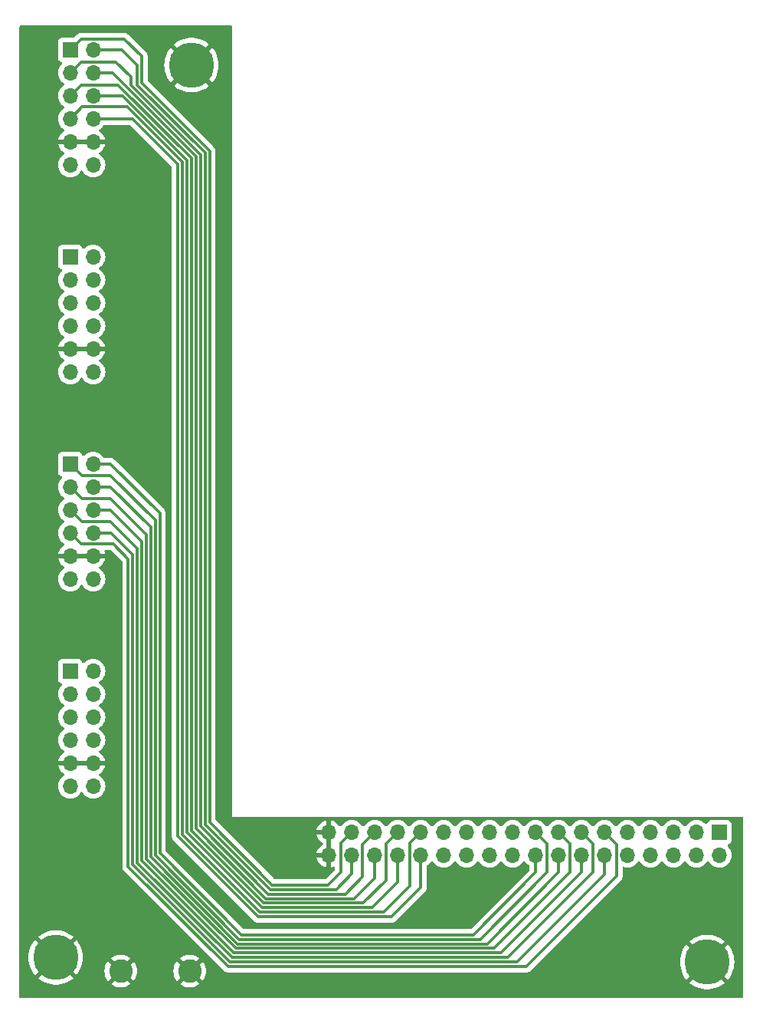
<source format=gbr>
%TF.GenerationSoftware,KiCad,Pcbnew,8.0.3-8.0.3-0~ubuntu20.04.1*%
%TF.CreationDate,2024-07-14T21:33:53+09:00*%
%TF.ProjectId,Gender_A7-100_ArduinoDUE,47656e64-6572-45f4-9137-2d3130305f41,rev?*%
%TF.SameCoordinates,Original*%
%TF.FileFunction,Copper,L2,Bot*%
%TF.FilePolarity,Positive*%
%FSLAX46Y46*%
G04 Gerber Fmt 4.6, Leading zero omitted, Abs format (unit mm)*
G04 Created by KiCad (PCBNEW 8.0.3-8.0.3-0~ubuntu20.04.1) date 2024-07-14 21:33:53*
%MOMM*%
%LPD*%
G01*
G04 APERTURE LIST*
%TA.AperFunction,ComponentPad*%
%ADD10C,2.600000*%
%TD*%
%TA.AperFunction,ComponentPad*%
%ADD11C,5.000000*%
%TD*%
%TA.AperFunction,ComponentPad*%
%ADD12R,1.700000X1.700000*%
%TD*%
%TA.AperFunction,ComponentPad*%
%ADD13O,1.700000X1.700000*%
%TD*%
%TA.AperFunction,Conductor*%
%ADD14C,0.300000*%
%TD*%
G04 APERTURE END LIST*
D10*
%TO.P,TP3,1,1*%
%TO.N,GND*%
X107190000Y-152500000D03*
X114810000Y-152500000D03*
%TD*%
D11*
%TO.P,TP4,1,1*%
%TO.N,GND*%
X172000000Y-151500000D03*
%TD*%
%TO.P,TP2,1,1*%
%TO.N,GND*%
X115000000Y-52500000D03*
%TD*%
D12*
%TO.P,JA1,1,Pin_1*%
%TO.N,Net-(J1-Pin_33)*%
X101600000Y-50800000D03*
D13*
%TO.P,JA1,2,Pin_2*%
%TO.N,Net-(J1-Pin_34)*%
X104140000Y-50800000D03*
%TO.P,JA1,3,Pin_3*%
%TO.N,Net-(J1-Pin_31)*%
X101600000Y-53340000D03*
%TO.P,JA1,4,Pin_4*%
%TO.N,Net-(J1-Pin_32)*%
X104140000Y-53340000D03*
%TO.P,JA1,5,Pin_5*%
%TO.N,Net-(J1-Pin_29)*%
X101600000Y-55880000D03*
%TO.P,JA1,6,Pin_6*%
%TO.N,Net-(J1-Pin_30)*%
X104140000Y-55880000D03*
%TO.P,JA1,7,Pin_7*%
%TO.N,Net-(J1-Pin_27)*%
X101600000Y-58420000D03*
%TO.P,JA1,8,Pin_8*%
%TO.N,Net-(J1-Pin_28)*%
X104140000Y-58420000D03*
%TO.P,JA1,9,Pin_9*%
%TO.N,GND*%
X101600000Y-60960000D03*
%TO.P,JA1,10,Pin_10*%
X104140000Y-60960000D03*
%TO.P,JA1,11,Pin_11*%
%TO.N,unconnected-(JA1-Pin_11-Pad11)*%
X101600000Y-63500000D03*
%TO.P,JA1,12,Pin_12*%
%TO.N,unconnected-(JA1-Pin_12-Pad12)*%
X104140000Y-63500000D03*
%TD*%
D12*
%TO.P,JC1,1,Pin_1*%
%TO.N,Net-(J1-Pin_17)*%
X101600000Y-96520000D03*
D13*
%TO.P,JC1,2,Pin_2*%
%TO.N,Net-(J1-Pin_18)*%
X104140000Y-96520000D03*
%TO.P,JC1,3,Pin_3*%
%TO.N,Net-(J1-Pin_15)*%
X101600000Y-99060000D03*
%TO.P,JC1,4,Pin_4*%
%TO.N,Net-(J1-Pin_16)*%
X104140000Y-99060000D03*
%TO.P,JC1,5,Pin_5*%
%TO.N,Net-(J1-Pin_13)*%
X101600000Y-101600000D03*
%TO.P,JC1,6,Pin_6*%
%TO.N,Net-(J1-Pin_14)*%
X104140000Y-101600000D03*
%TO.P,JC1,7,Pin_7*%
%TO.N,Net-(J1-Pin_11)*%
X101600000Y-104140000D03*
%TO.P,JC1,8,Pin_8*%
%TO.N,Net-(J1-Pin_12)*%
X104140000Y-104140000D03*
%TO.P,JC1,9,Pin_9*%
%TO.N,GND*%
X101600000Y-106680000D03*
%TO.P,JC1,10,Pin_10*%
X104140000Y-106680000D03*
%TO.P,JC1,11,Pin_11*%
%TO.N,unconnected-(JC1-Pin_11-Pad11)*%
X101600000Y-109220000D03*
%TO.P,JC1,12,Pin_12*%
%TO.N,unconnected-(JC1-Pin_12-Pad12)*%
X104140000Y-109220000D03*
%TD*%
D12*
%TO.P,JB1,1,Pin_1*%
%TO.N,Net-(J1-Pin_25)*%
X101600000Y-73660000D03*
D13*
%TO.P,JB1,2,Pin_2*%
%TO.N,Net-(J1-Pin_26)*%
X104140000Y-73660000D03*
%TO.P,JB1,3,Pin_3*%
%TO.N,Net-(J1-Pin_23)*%
X101600000Y-76200000D03*
%TO.P,JB1,4,Pin_4*%
%TO.N,Net-(J1-Pin_24)*%
X104140000Y-76200000D03*
%TO.P,JB1,5,Pin_5*%
%TO.N,Net-(J1-Pin_21)*%
X101600000Y-78740000D03*
%TO.P,JB1,6,Pin_6*%
%TO.N,Net-(J1-Pin_22)*%
X104140000Y-78740000D03*
%TO.P,JB1,7,Pin_7*%
%TO.N,Net-(J1-Pin_19)*%
X101600000Y-81280000D03*
%TO.P,JB1,8,Pin_8*%
%TO.N,Net-(J1-Pin_20)*%
X104140000Y-81280000D03*
%TO.P,JB1,9,Pin_9*%
%TO.N,GND*%
X101600000Y-83820000D03*
%TO.P,JB1,10,Pin_10*%
X104140000Y-83820000D03*
%TO.P,JB1,11,Pin_11*%
%TO.N,unconnected-(JB1-Pin_11-Pad11)*%
X101600000Y-86360000D03*
%TO.P,JB1,12,Pin_12*%
%TO.N,unconnected-(JB1-Pin_12-Pad12)*%
X104140000Y-86360000D03*
%TD*%
D11*
%TO.P,TP1,1,1*%
%TO.N,GND*%
X100000000Y-151000000D03*
%TD*%
D12*
%TO.P,JD1,1,Pin_1*%
%TO.N,Net-(J1-Pin_9)*%
X101600000Y-119380000D03*
D13*
%TO.P,JD1,2,Pin_2*%
%TO.N,Net-(J1-Pin_10)*%
X104140000Y-119380000D03*
%TO.P,JD1,3,Pin_3*%
%TO.N,Net-(J1-Pin_7)*%
X101600000Y-121920000D03*
%TO.P,JD1,4,Pin_4*%
%TO.N,Net-(J1-Pin_8)*%
X104140000Y-121920000D03*
%TO.P,JD1,5,Pin_5*%
%TO.N,Net-(J1-Pin_5)*%
X101600000Y-124460000D03*
%TO.P,JD1,6,Pin_6*%
%TO.N,Net-(J1-Pin_6)*%
X104140000Y-124460000D03*
%TO.P,JD1,7,Pin_7*%
%TO.N,Net-(J1-Pin_3)*%
X101600000Y-127000000D03*
%TO.P,JD1,8,Pin_8*%
%TO.N,Net-(J1-Pin_4)*%
X104140000Y-127000000D03*
%TO.P,JD1,9,Pin_9*%
%TO.N,GND*%
X101600000Y-129540000D03*
%TO.P,JD1,10,Pin_10*%
X104140000Y-129540000D03*
%TO.P,JD1,11,Pin_11*%
%TO.N,unconnected-(JD1-Pin_11-Pad11)*%
X101600000Y-132080000D03*
%TO.P,JD1,12,Pin_12*%
%TO.N,unconnected-(JD1-Pin_12-Pad12)*%
X104140000Y-132080000D03*
%TD*%
D12*
%TO.P,J1,1,Pin_1*%
%TO.N,unconnected-(J1-Pin_1-Pad1)*%
X173355000Y-137160000D03*
D13*
%TO.P,J1,2,Pin_2*%
%TO.N,unconnected-(J1-Pin_2-Pad2)*%
X173355000Y-139700000D03*
%TO.P,J1,3,Pin_3*%
%TO.N,Net-(J1-Pin_3)*%
X170815000Y-137160000D03*
%TO.P,J1,4,Pin_4*%
%TO.N,Net-(J1-Pin_4)*%
X170815000Y-139700000D03*
%TO.P,J1,5,Pin_5*%
%TO.N,Net-(J1-Pin_5)*%
X168275000Y-137160000D03*
%TO.P,J1,6,Pin_6*%
%TO.N,Net-(J1-Pin_6)*%
X168275000Y-139700000D03*
%TO.P,J1,7,Pin_7*%
%TO.N,Net-(J1-Pin_7)*%
X165735000Y-137160000D03*
%TO.P,J1,8,Pin_8*%
%TO.N,Net-(J1-Pin_8)*%
X165735000Y-139700000D03*
%TO.P,J1,9,Pin_9*%
%TO.N,Net-(J1-Pin_9)*%
X163195000Y-137160000D03*
%TO.P,J1,10,Pin_10*%
%TO.N,Net-(J1-Pin_10)*%
X163195000Y-139700000D03*
%TO.P,J1,11,Pin_11*%
%TO.N,Net-(J1-Pin_11)*%
X160655000Y-137160000D03*
%TO.P,J1,12,Pin_12*%
%TO.N,Net-(J1-Pin_12)*%
X160655000Y-139700000D03*
%TO.P,J1,13,Pin_13*%
%TO.N,Net-(J1-Pin_13)*%
X158115000Y-137160000D03*
%TO.P,J1,14,Pin_14*%
%TO.N,Net-(J1-Pin_14)*%
X158115000Y-139700000D03*
%TO.P,J1,15,Pin_15*%
%TO.N,Net-(J1-Pin_15)*%
X155575000Y-137160000D03*
%TO.P,J1,16,Pin_16*%
%TO.N,Net-(J1-Pin_16)*%
X155575000Y-139700000D03*
%TO.P,J1,17,Pin_17*%
%TO.N,Net-(J1-Pin_17)*%
X153035000Y-137160000D03*
%TO.P,J1,18,Pin_18*%
%TO.N,Net-(J1-Pin_18)*%
X153035000Y-139700000D03*
%TO.P,J1,19,Pin_19*%
%TO.N,Net-(J1-Pin_19)*%
X150495000Y-137160000D03*
%TO.P,J1,20,Pin_20*%
%TO.N,Net-(J1-Pin_20)*%
X150495000Y-139700000D03*
%TO.P,J1,21,Pin_21*%
%TO.N,Net-(J1-Pin_21)*%
X147955000Y-137160000D03*
%TO.P,J1,22,Pin_22*%
%TO.N,Net-(J1-Pin_22)*%
X147955000Y-139700000D03*
%TO.P,J1,23,Pin_23*%
%TO.N,Net-(J1-Pin_23)*%
X145415000Y-137160000D03*
%TO.P,J1,24,Pin_24*%
%TO.N,Net-(J1-Pin_24)*%
X145415000Y-139700000D03*
%TO.P,J1,25,Pin_25*%
%TO.N,Net-(J1-Pin_25)*%
X142875000Y-137160000D03*
%TO.P,J1,26,Pin_26*%
%TO.N,Net-(J1-Pin_26)*%
X142875000Y-139700000D03*
%TO.P,J1,27,Pin_27*%
%TO.N,Net-(J1-Pin_27)*%
X140335000Y-137160000D03*
%TO.P,J1,28,Pin_28*%
%TO.N,Net-(J1-Pin_28)*%
X140335000Y-139700000D03*
%TO.P,J1,29,Pin_29*%
%TO.N,Net-(J1-Pin_29)*%
X137795000Y-137160000D03*
%TO.P,J1,30,Pin_30*%
%TO.N,Net-(J1-Pin_30)*%
X137795000Y-139700000D03*
%TO.P,J1,31,Pin_31*%
%TO.N,Net-(J1-Pin_31)*%
X135255000Y-137160000D03*
%TO.P,J1,32,Pin_32*%
%TO.N,Net-(J1-Pin_32)*%
X135255000Y-139700000D03*
%TO.P,J1,33,Pin_33*%
%TO.N,Net-(J1-Pin_33)*%
X132715000Y-137160000D03*
%TO.P,J1,34,Pin_34*%
%TO.N,Net-(J1-Pin_34)*%
X132715000Y-139700000D03*
%TO.P,J1,35,Pin_35*%
%TO.N,GND*%
X130175000Y-137160000D03*
%TO.P,J1,36,Pin_36*%
X130175000Y-139700000D03*
%TD*%
D14*
%TO.N,Net-(J1-Pin_11)*%
X160655000Y-137160000D02*
X161995000Y-138500000D01*
X162000000Y-141500000D02*
X162000000Y-142000000D01*
X152000000Y-152000000D02*
X119050251Y-152000000D01*
X108000000Y-107000000D02*
X106340000Y-105340000D01*
X161995000Y-138500000D02*
X161995000Y-141495000D01*
X161995000Y-141495000D02*
X162000000Y-141500000D01*
X162000000Y-142000000D02*
X152000000Y-152000000D01*
X119050251Y-152000000D02*
X108000000Y-140949749D01*
X108000000Y-140949749D02*
X108000000Y-107000000D01*
X106340000Y-105340000D02*
X102800000Y-105340000D01*
X102800000Y-105340000D02*
X101600000Y-104140000D01*
%TO.N,Net-(J1-Pin_12)*%
X104140000Y-104140000D02*
X106140000Y-104140000D01*
X119257358Y-151500000D02*
X151000000Y-151500000D01*
X106140000Y-104140000D02*
X108500000Y-106500000D01*
X108500000Y-106500000D02*
X108500000Y-140742642D01*
X108500000Y-140742642D02*
X119257358Y-151500000D01*
X160655000Y-141845000D02*
X160655000Y-139700000D01*
X151000000Y-151500000D02*
X160655000Y-141845000D01*
%TO.N,Net-(J1-Pin_13)*%
X158115000Y-137160000D02*
X159385000Y-138430000D01*
X159385000Y-138430000D02*
X159385000Y-141605000D01*
X159385000Y-141605000D02*
X149990000Y-151000000D01*
X106045000Y-102870000D02*
X102870000Y-102870000D01*
X149990000Y-151000000D02*
X119464465Y-151000000D01*
X119464465Y-151000000D02*
X109000000Y-140535535D01*
X109000000Y-140535535D02*
X109000000Y-105825000D01*
X109000000Y-105825000D02*
X106045000Y-102870000D01*
X102870000Y-102870000D02*
X101600000Y-101600000D01*
%TO.N,Net-(J1-Pin_14)*%
X158115000Y-139700000D02*
X158115000Y-141605000D01*
X158115000Y-141605000D02*
X149220000Y-150500000D01*
X149220000Y-150500000D02*
X119671572Y-150500000D01*
X119671572Y-150500000D02*
X109500000Y-140328428D01*
X106045000Y-101600000D02*
X104140000Y-101600000D01*
X109500000Y-140328428D02*
X109500000Y-105055000D01*
X109500000Y-105055000D02*
X106045000Y-101600000D01*
%TO.N,Net-(J1-Pin_15)*%
X155575000Y-137160000D02*
X156845000Y-138430000D01*
X156845000Y-138430000D02*
X156845000Y-141605000D01*
X110000000Y-104285000D02*
X106045000Y-100330000D01*
X106045000Y-100330000D02*
X102870000Y-100330000D01*
X156845000Y-141605000D02*
X148450000Y-150000000D01*
X148450000Y-150000000D02*
X119878679Y-150000000D01*
X119878679Y-150000000D02*
X110000000Y-140121321D01*
X110000000Y-140121321D02*
X110000000Y-104285000D01*
X102870000Y-100330000D02*
X101600000Y-99060000D01*
%TO.N,Net-(J1-Pin_16)*%
X155575000Y-139700000D02*
X155575000Y-141605000D01*
X155575000Y-141605000D02*
X147680000Y-149500000D01*
X147680000Y-149500000D02*
X120085786Y-149500000D01*
X120085786Y-149500000D02*
X110500000Y-139914214D01*
X110500000Y-139914214D02*
X110500000Y-103515000D01*
X110500000Y-103515000D02*
X106045000Y-99060000D01*
X106045000Y-99060000D02*
X104140000Y-99060000D01*
%TO.N,Net-(J1-Pin_17)*%
X153035000Y-137160000D02*
X154305000Y-138430000D01*
X154305000Y-138430000D02*
X154305000Y-141605000D01*
X111000000Y-102745000D02*
X106045000Y-97790000D01*
X154305000Y-141605000D02*
X146910000Y-149000000D01*
X146910000Y-149000000D02*
X120292893Y-149000000D01*
X102870000Y-97790000D02*
X101600000Y-96520000D01*
X120292893Y-149000000D02*
X111000000Y-139707107D01*
X111000000Y-139707107D02*
X111000000Y-102745000D01*
X106045000Y-97790000D02*
X102870000Y-97790000D01*
%TO.N,Net-(J1-Pin_18)*%
X153035000Y-139700000D02*
X153035000Y-141605000D01*
X153035000Y-141605000D02*
X146140000Y-148500000D01*
X146140000Y-148500000D02*
X120500000Y-148500000D01*
X120500000Y-148500000D02*
X111500000Y-139500000D01*
X111500000Y-139500000D02*
X111500000Y-101975000D01*
X111500000Y-101975000D02*
X106045000Y-96520000D01*
X106045000Y-96520000D02*
X104140000Y-96520000D01*
%TO.N,Net-(J1-Pin_33)*%
X132715000Y-137160000D02*
X131515000Y-138360000D01*
X131515000Y-138360000D02*
X131515000Y-141588947D01*
X131515000Y-141588947D02*
X130103947Y-143000000D01*
X117000000Y-61962943D02*
X109500000Y-54462943D01*
X130103947Y-143000000D02*
X123914212Y-143000000D01*
X123914212Y-143000000D02*
X117000000Y-136085788D01*
X117000000Y-136085788D02*
X117000000Y-61962943D01*
X109500000Y-54462943D02*
X109500000Y-51500000D01*
X109500000Y-51500000D02*
X107600000Y-49600000D01*
X107600000Y-49600000D02*
X102800000Y-49600000D01*
X102800000Y-49600000D02*
X101600000Y-50800000D01*
%TO.N,Net-(J1-Pin_34)*%
X104140000Y-50800000D02*
X107300000Y-50800000D01*
X107300000Y-50800000D02*
X109000000Y-52500000D01*
X109000000Y-52500000D02*
X109000000Y-54670050D01*
X109000000Y-54670050D02*
X116500000Y-62170049D01*
X116500000Y-62170049D02*
X116500000Y-136292894D01*
X116500000Y-136292894D02*
X123707106Y-143500000D01*
X131000000Y-143500000D02*
X132715000Y-141785000D01*
X123707106Y-143500000D02*
X131000000Y-143500000D01*
X132715000Y-141785000D02*
X132715000Y-139700000D01*
%TO.N,Net-(J1-Pin_31)*%
X101600000Y-53340000D02*
X102800000Y-52140000D01*
X123500000Y-144000000D02*
X132000000Y-144000000D01*
X102800000Y-52140000D02*
X106640000Y-52140000D01*
X108311422Y-54688578D02*
X116000000Y-62377155D01*
X132000000Y-144000000D02*
X133915000Y-142085000D01*
X106640000Y-52140000D02*
X108311422Y-53811422D01*
X108311422Y-53811422D02*
X108311422Y-54688578D01*
X133915000Y-142085000D02*
X133915000Y-138500000D01*
X116000000Y-62377155D02*
X116000000Y-136500000D01*
X116000000Y-136500000D02*
X123500000Y-144000000D01*
X133915000Y-138500000D02*
X135255000Y-137160000D01*
%TO.N,Net-(J1-Pin_32)*%
X135255000Y-139700000D02*
X135255000Y-142245000D01*
X135255000Y-142245000D02*
X133000000Y-144500000D01*
X106255739Y-53340000D02*
X104140000Y-53340000D01*
X133000000Y-144500000D02*
X123250000Y-144500000D01*
X123250000Y-144500000D02*
X115500000Y-136750000D01*
X115500000Y-136750000D02*
X115500000Y-62584261D01*
X115500000Y-62584261D02*
X106255739Y-53340000D01*
%TO.N,Net-(J1-Pin_28)*%
X104140000Y-58420000D02*
X108507315Y-58420000D01*
X108507315Y-58420000D02*
X113500000Y-63412685D01*
X113500000Y-63412685D02*
X113500000Y-137621321D01*
X122378679Y-146500000D02*
X137103554Y-146500000D01*
X113500000Y-137621321D02*
X122378679Y-146500000D01*
X137103554Y-146500000D02*
X140335000Y-143268554D01*
X140335000Y-143268554D02*
X140335000Y-139700000D01*
%TO.N,Net-(J1-Pin_27)*%
X101600000Y-58420000D02*
X102940000Y-57080000D01*
X114000000Y-137414214D02*
X122585786Y-146000000D01*
X102940000Y-57080000D02*
X107874421Y-57080000D01*
X107874421Y-57080000D02*
X114000000Y-63205579D01*
X114000000Y-63205579D02*
X114000000Y-137414214D01*
X122585786Y-146000000D02*
X136250000Y-146000000D01*
X136250000Y-146000000D02*
X139135000Y-143115000D01*
X139135000Y-143115000D02*
X139135000Y-138360000D01*
X139135000Y-138360000D02*
X140335000Y-137160000D01*
%TO.N,Net-(J1-Pin_30)*%
X104140000Y-55880000D02*
X107381527Y-55880000D01*
X107381527Y-55880000D02*
X114500000Y-62998473D01*
X114500000Y-62998473D02*
X114500000Y-137207107D01*
X114500000Y-137207107D02*
X122792893Y-145500000D01*
X122792893Y-145500000D02*
X135000000Y-145500000D01*
X135000000Y-145500000D02*
X137795000Y-142705000D01*
X137795000Y-142705000D02*
X137795000Y-139700000D01*
%TO.N,Net-(J1-Pin_29)*%
X101600000Y-55880000D02*
X102800000Y-54680000D01*
X123000000Y-145000000D02*
X134000000Y-145000000D01*
X102800000Y-54680000D02*
X106888633Y-54680000D01*
X134000000Y-145000000D02*
X136500000Y-142500000D01*
X106888633Y-54680000D02*
X115000000Y-62791367D01*
X115000000Y-62791367D02*
X115000000Y-137000000D01*
X115000000Y-137000000D02*
X123000000Y-145000000D01*
X136500000Y-142500000D02*
X136500000Y-138455000D01*
X136500000Y-138455000D02*
X137795000Y-137160000D01*
%TD*%
%TA.AperFunction,Conductor*%
%TO.N,GND*%
G36*
X130425000Y-139266988D02*
G01*
X130367993Y-139234075D01*
X130240826Y-139200000D01*
X130109174Y-139200000D01*
X129982007Y-139234075D01*
X129925000Y-139266988D01*
X129925000Y-137593012D01*
X129982007Y-137625925D01*
X130109174Y-137660000D01*
X130240826Y-137660000D01*
X130367993Y-137625925D01*
X130425000Y-137593012D01*
X130425000Y-139266988D01*
G37*
%TD.AperFunction*%
%TA.AperFunction,Conductor*%
G36*
X103674075Y-106487007D02*
G01*
X103640000Y-106614174D01*
X103640000Y-106745826D01*
X103674075Y-106872993D01*
X103706988Y-106930000D01*
X102033012Y-106930000D01*
X102065925Y-106872993D01*
X102100000Y-106745826D01*
X102100000Y-106614174D01*
X102065925Y-106487007D01*
X102033012Y-106430000D01*
X103706988Y-106430000D01*
X103674075Y-106487007D01*
G37*
%TD.AperFunction*%
%TA.AperFunction,Conductor*%
G36*
X103674075Y-60767007D02*
G01*
X103640000Y-60894174D01*
X103640000Y-61025826D01*
X103674075Y-61152993D01*
X103706988Y-61210000D01*
X102033012Y-61210000D01*
X102065925Y-61152993D01*
X102100000Y-61025826D01*
X102100000Y-60894174D01*
X102065925Y-60767007D01*
X102033012Y-60710000D01*
X103706988Y-60710000D01*
X103674075Y-60767007D01*
G37*
%TD.AperFunction*%
%TA.AperFunction,Conductor*%
G36*
X103674075Y-129347007D02*
G01*
X103640000Y-129474174D01*
X103640000Y-129605826D01*
X103674075Y-129732993D01*
X103706988Y-129790000D01*
X102033012Y-129790000D01*
X102065925Y-129732993D01*
X102100000Y-129605826D01*
X102100000Y-129474174D01*
X102065925Y-129347007D01*
X102033012Y-129290000D01*
X103706988Y-129290000D01*
X103674075Y-129347007D01*
G37*
%TD.AperFunction*%
%TA.AperFunction,Conductor*%
G36*
X103674075Y-83627007D02*
G01*
X103640000Y-83754174D01*
X103640000Y-83885826D01*
X103674075Y-84012993D01*
X103706988Y-84070000D01*
X102033012Y-84070000D01*
X102065925Y-84012993D01*
X102100000Y-83885826D01*
X102100000Y-83754174D01*
X102065925Y-83627007D01*
X102033012Y-83570000D01*
X103706988Y-83570000D01*
X103674075Y-83627007D01*
G37*
%TD.AperFunction*%
%TA.AperFunction,Conductor*%
G36*
X119443039Y-48145185D02*
G01*
X119488794Y-48197989D01*
X119500000Y-48249500D01*
X119500000Y-132085706D01*
X119499512Y-134926424D01*
X119499500Y-134926626D01*
X119499500Y-135001749D01*
X119499488Y-135070013D01*
X119500000Y-135077816D01*
X119500000Y-135500000D01*
X119922178Y-135500000D01*
X119929803Y-135500500D01*
X119934108Y-135500500D01*
X119999913Y-135500500D01*
X119999922Y-135500500D01*
X120065806Y-135500511D01*
X120065810Y-135500509D01*
X120073836Y-135500511D01*
X120074019Y-135500500D01*
X175875500Y-135500500D01*
X175942539Y-135520185D01*
X175988294Y-135572989D01*
X175999500Y-135624500D01*
X175999500Y-155375500D01*
X175979815Y-155442539D01*
X175927011Y-155488294D01*
X175875500Y-155499500D01*
X96124500Y-155499500D01*
X96057461Y-155479815D01*
X96011706Y-155427011D01*
X96000500Y-155375500D01*
X96000500Y-150999996D01*
X96994916Y-150999996D01*
X96994916Y-151000003D01*
X97015235Y-151348869D01*
X97015236Y-151348880D01*
X97075914Y-151693002D01*
X97075916Y-151693011D01*
X97176145Y-152027800D01*
X97314555Y-152348670D01*
X97314561Y-152348683D01*
X97489289Y-152651322D01*
X97697967Y-152931625D01*
X97706148Y-152940296D01*
X98420079Y-152226365D01*
X98493094Y-152321521D01*
X98678479Y-152506906D01*
X98773632Y-152579919D01*
X98062818Y-153290733D01*
X98062819Y-153290734D01*
X98205484Y-153410445D01*
X98497461Y-153602480D01*
X98809739Y-153759314D01*
X98809745Y-153759316D01*
X99138130Y-153878838D01*
X99138133Y-153878839D01*
X99478171Y-153959429D01*
X99825276Y-153999999D01*
X99825277Y-154000000D01*
X100174723Y-154000000D01*
X100174723Y-153999999D01*
X100521827Y-153959429D01*
X100521829Y-153959429D01*
X100861866Y-153878839D01*
X100861869Y-153878838D01*
X101190254Y-153759316D01*
X101190260Y-153759314D01*
X101502538Y-153602480D01*
X101794509Y-153410449D01*
X101794510Y-153410448D01*
X101937179Y-153290734D01*
X101937180Y-153290733D01*
X101226367Y-152579919D01*
X101321521Y-152506906D01*
X101506906Y-152321521D01*
X101579919Y-152226367D01*
X102293849Y-152940297D01*
X102293851Y-152940296D01*
X102302022Y-152931636D01*
X102302033Y-152931623D01*
X102510710Y-152651322D01*
X102598078Y-152499995D01*
X105384953Y-152499995D01*
X105384953Y-152500004D01*
X105405113Y-152769026D01*
X105405113Y-152769028D01*
X105465142Y-153032033D01*
X105465148Y-153032052D01*
X105563709Y-153283181D01*
X105563708Y-153283181D01*
X105698602Y-153516822D01*
X105752294Y-153584151D01*
X105752295Y-153584151D01*
X106588958Y-152747488D01*
X106613978Y-152807890D01*
X106685112Y-152914351D01*
X106775649Y-153004888D01*
X106882110Y-153076022D01*
X106942510Y-153101041D01*
X106104848Y-153938702D01*
X106287483Y-154063220D01*
X106287485Y-154063221D01*
X106530539Y-154180269D01*
X106530537Y-154180269D01*
X106788337Y-154259790D01*
X106788343Y-154259792D01*
X107055101Y-154299999D01*
X107055110Y-154300000D01*
X107324890Y-154300000D01*
X107324898Y-154299999D01*
X107591656Y-154259792D01*
X107591662Y-154259790D01*
X107849461Y-154180269D01*
X108092521Y-154063218D01*
X108275150Y-153938702D01*
X107437488Y-153101041D01*
X107497890Y-153076022D01*
X107604351Y-153004888D01*
X107694888Y-152914351D01*
X107766022Y-152807890D01*
X107791041Y-152747488D01*
X108627703Y-153584151D01*
X108627704Y-153584150D01*
X108681393Y-153516828D01*
X108681400Y-153516817D01*
X108816290Y-153283181D01*
X108914851Y-153032052D01*
X108914857Y-153032033D01*
X108974886Y-152769028D01*
X108974886Y-152769026D01*
X108995047Y-152500004D01*
X108995047Y-152499995D01*
X113004953Y-152499995D01*
X113004953Y-152500004D01*
X113025113Y-152769026D01*
X113025113Y-152769028D01*
X113085142Y-153032033D01*
X113085148Y-153032052D01*
X113183709Y-153283181D01*
X113183708Y-153283181D01*
X113318602Y-153516822D01*
X113372294Y-153584151D01*
X113372295Y-153584151D01*
X114208958Y-152747488D01*
X114233978Y-152807890D01*
X114305112Y-152914351D01*
X114395649Y-153004888D01*
X114502110Y-153076022D01*
X114562510Y-153101041D01*
X113724848Y-153938702D01*
X113907483Y-154063220D01*
X113907485Y-154063221D01*
X114150539Y-154180269D01*
X114150537Y-154180269D01*
X114408337Y-154259790D01*
X114408343Y-154259792D01*
X114675101Y-154299999D01*
X114675110Y-154300000D01*
X114944890Y-154300000D01*
X114944898Y-154299999D01*
X115211656Y-154259792D01*
X115211662Y-154259790D01*
X115469461Y-154180269D01*
X115712521Y-154063218D01*
X115895150Y-153938702D01*
X115057488Y-153101041D01*
X115117890Y-153076022D01*
X115224351Y-153004888D01*
X115314888Y-152914351D01*
X115386022Y-152807890D01*
X115411041Y-152747488D01*
X116247703Y-153584151D01*
X116247704Y-153584150D01*
X116301393Y-153516828D01*
X116301400Y-153516817D01*
X116436290Y-153283181D01*
X116534851Y-153032052D01*
X116534857Y-153032033D01*
X116594886Y-152769028D01*
X116594886Y-152769026D01*
X116615047Y-152500004D01*
X116615047Y-152499995D01*
X116594886Y-152230973D01*
X116594886Y-152230971D01*
X116534857Y-151967966D01*
X116534851Y-151967947D01*
X116436290Y-151716818D01*
X116436291Y-151716818D01*
X116301397Y-151483177D01*
X116247704Y-151415847D01*
X115411041Y-152252510D01*
X115386022Y-152192110D01*
X115314888Y-152085649D01*
X115224351Y-151995112D01*
X115117890Y-151923978D01*
X115057488Y-151898958D01*
X115895150Y-151061296D01*
X115712517Y-150936779D01*
X115712516Y-150936778D01*
X115469460Y-150819730D01*
X115469462Y-150819730D01*
X115211662Y-150740209D01*
X115211656Y-150740207D01*
X114944898Y-150700000D01*
X114675101Y-150700000D01*
X114408343Y-150740207D01*
X114408337Y-150740209D01*
X114150538Y-150819730D01*
X113907485Y-150936778D01*
X113907476Y-150936783D01*
X113724848Y-151061296D01*
X114562511Y-151898958D01*
X114502110Y-151923978D01*
X114395649Y-151995112D01*
X114305112Y-152085649D01*
X114233978Y-152192110D01*
X114208958Y-152252511D01*
X113372295Y-151415848D01*
X113318600Y-151483180D01*
X113183709Y-151716818D01*
X113085148Y-151967947D01*
X113085142Y-151967966D01*
X113025113Y-152230971D01*
X113025113Y-152230973D01*
X113004953Y-152499995D01*
X108995047Y-152499995D01*
X108974886Y-152230973D01*
X108974886Y-152230971D01*
X108914857Y-151967966D01*
X108914851Y-151967947D01*
X108816290Y-151716818D01*
X108816291Y-151716818D01*
X108681397Y-151483177D01*
X108627704Y-151415847D01*
X107791041Y-152252510D01*
X107766022Y-152192110D01*
X107694888Y-152085649D01*
X107604351Y-151995112D01*
X107497890Y-151923978D01*
X107437488Y-151898958D01*
X108275150Y-151061296D01*
X108092517Y-150936779D01*
X108092516Y-150936778D01*
X107849460Y-150819730D01*
X107849462Y-150819730D01*
X107591662Y-150740209D01*
X107591656Y-150740207D01*
X107324898Y-150700000D01*
X107055101Y-150700000D01*
X106788343Y-150740207D01*
X106788337Y-150740209D01*
X106530538Y-150819730D01*
X106287485Y-150936778D01*
X106287476Y-150936783D01*
X106104848Y-151061296D01*
X106942511Y-151898958D01*
X106882110Y-151923978D01*
X106775649Y-151995112D01*
X106685112Y-152085649D01*
X106613978Y-152192110D01*
X106588958Y-152252511D01*
X105752295Y-151415848D01*
X105698600Y-151483180D01*
X105563709Y-151716818D01*
X105465148Y-151967947D01*
X105465142Y-151967966D01*
X105405113Y-152230971D01*
X105405113Y-152230973D01*
X105384953Y-152499995D01*
X102598078Y-152499995D01*
X102685438Y-152348683D01*
X102685444Y-152348670D01*
X102823854Y-152027800D01*
X102924083Y-151693011D01*
X102924085Y-151693002D01*
X102984763Y-151348880D01*
X102984764Y-151348869D01*
X103005084Y-151000003D01*
X103005084Y-150999996D01*
X102984764Y-150651130D01*
X102984763Y-150651119D01*
X102924085Y-150306997D01*
X102924083Y-150306988D01*
X102823854Y-149972199D01*
X102685444Y-149651329D01*
X102685438Y-149651316D01*
X102510710Y-149348677D01*
X102302032Y-149068374D01*
X102293850Y-149059702D01*
X101579919Y-149773632D01*
X101506906Y-149678479D01*
X101321521Y-149493094D01*
X101226366Y-149420079D01*
X101937180Y-148709265D01*
X101937179Y-148709264D01*
X101794519Y-148589557D01*
X101502538Y-148397519D01*
X101190260Y-148240685D01*
X101190254Y-148240683D01*
X100861869Y-148121161D01*
X100861866Y-148121160D01*
X100521828Y-148040570D01*
X100174723Y-148000000D01*
X99825277Y-148000000D01*
X99478172Y-148040570D01*
X99478170Y-148040570D01*
X99138133Y-148121160D01*
X99138130Y-148121161D01*
X98809745Y-148240683D01*
X98809739Y-148240685D01*
X98497461Y-148397519D01*
X98205480Y-148589557D01*
X98062819Y-148709264D01*
X98062818Y-148709265D01*
X98773633Y-149420079D01*
X98678479Y-149493094D01*
X98493094Y-149678479D01*
X98420080Y-149773633D01*
X97706148Y-149059701D01*
X97706147Y-149059702D01*
X97697976Y-149068363D01*
X97697972Y-149068368D01*
X97489289Y-149348677D01*
X97314561Y-149651316D01*
X97314555Y-149651329D01*
X97176145Y-149972199D01*
X97075916Y-150306988D01*
X97075914Y-150306997D01*
X97015236Y-150651119D01*
X97015235Y-150651130D01*
X96994916Y-150999996D01*
X96000500Y-150999996D01*
X96000500Y-121919999D01*
X100244341Y-121919999D01*
X100244341Y-121920000D01*
X100264936Y-122155403D01*
X100264938Y-122155413D01*
X100326094Y-122383655D01*
X100326096Y-122383659D01*
X100326097Y-122383663D01*
X100330000Y-122392032D01*
X100425965Y-122597830D01*
X100425967Y-122597834D01*
X100534281Y-122752521D01*
X100561501Y-122791396D01*
X100561506Y-122791402D01*
X100728597Y-122958493D01*
X100728603Y-122958498D01*
X100914158Y-123088425D01*
X100957783Y-123143002D01*
X100964977Y-123212500D01*
X100933454Y-123274855D01*
X100914158Y-123291575D01*
X100728597Y-123421505D01*
X100561505Y-123588597D01*
X100425965Y-123782169D01*
X100425964Y-123782171D01*
X100326098Y-123996335D01*
X100326094Y-123996344D01*
X100264938Y-124224586D01*
X100264936Y-124224596D01*
X100244341Y-124459999D01*
X100244341Y-124460000D01*
X100264936Y-124695403D01*
X100264938Y-124695413D01*
X100326094Y-124923655D01*
X100326096Y-124923659D01*
X100326097Y-124923663D01*
X100330000Y-124932032D01*
X100425965Y-125137830D01*
X100425967Y-125137834D01*
X100534281Y-125292521D01*
X100561501Y-125331396D01*
X100561506Y-125331402D01*
X100728597Y-125498493D01*
X100728603Y-125498498D01*
X100914158Y-125628425D01*
X100957783Y-125683002D01*
X100964977Y-125752500D01*
X100933454Y-125814855D01*
X100914158Y-125831575D01*
X100728597Y-125961505D01*
X100561505Y-126128597D01*
X100425965Y-126322169D01*
X100425964Y-126322171D01*
X100326098Y-126536335D01*
X100326094Y-126536344D01*
X100264938Y-126764586D01*
X100264936Y-126764596D01*
X100244341Y-126999999D01*
X100244341Y-127000000D01*
X100264936Y-127235403D01*
X100264938Y-127235413D01*
X100326094Y-127463655D01*
X100326096Y-127463659D01*
X100326097Y-127463663D01*
X100330000Y-127472032D01*
X100425965Y-127677830D01*
X100425967Y-127677834D01*
X100534281Y-127832521D01*
X100561501Y-127871396D01*
X100561506Y-127871402D01*
X100728597Y-128038493D01*
X100728603Y-128038498D01*
X100914594Y-128168730D01*
X100958219Y-128223307D01*
X100965413Y-128292805D01*
X100933890Y-128355160D01*
X100914595Y-128371880D01*
X100728922Y-128501890D01*
X100728920Y-128501891D01*
X100561891Y-128668920D01*
X100561886Y-128668926D01*
X100426400Y-128862420D01*
X100426399Y-128862422D01*
X100326570Y-129076507D01*
X100326567Y-129076513D01*
X100269364Y-129289999D01*
X100269364Y-129290000D01*
X101166988Y-129290000D01*
X101134075Y-129347007D01*
X101100000Y-129474174D01*
X101100000Y-129605826D01*
X101134075Y-129732993D01*
X101166988Y-129790000D01*
X100269364Y-129790000D01*
X100326567Y-130003486D01*
X100326570Y-130003492D01*
X100426399Y-130217578D01*
X100561894Y-130411082D01*
X100728917Y-130578105D01*
X100914595Y-130708119D01*
X100958219Y-130762696D01*
X100965412Y-130832195D01*
X100933890Y-130894549D01*
X100914595Y-130911269D01*
X100728594Y-131041508D01*
X100561505Y-131208597D01*
X100425965Y-131402169D01*
X100425964Y-131402171D01*
X100326098Y-131616335D01*
X100326094Y-131616344D01*
X100264938Y-131844586D01*
X100264936Y-131844596D01*
X100244341Y-132079999D01*
X100244341Y-132080000D01*
X100264936Y-132315403D01*
X100264938Y-132315413D01*
X100326094Y-132543655D01*
X100326096Y-132543659D01*
X100326097Y-132543663D01*
X100330000Y-132552032D01*
X100425965Y-132757830D01*
X100425967Y-132757834D01*
X100534281Y-132912521D01*
X100561505Y-132951401D01*
X100728599Y-133118495D01*
X100825384Y-133186265D01*
X100922165Y-133254032D01*
X100922167Y-133254033D01*
X100922170Y-133254035D01*
X101136337Y-133353903D01*
X101364592Y-133415063D01*
X101552918Y-133431539D01*
X101599999Y-133435659D01*
X101600000Y-133435659D01*
X101600001Y-133435659D01*
X101639234Y-133432226D01*
X101835408Y-133415063D01*
X102063663Y-133353903D01*
X102277830Y-133254035D01*
X102471401Y-133118495D01*
X102638495Y-132951401D01*
X102768425Y-132765842D01*
X102823002Y-132722217D01*
X102892500Y-132715023D01*
X102954855Y-132746546D01*
X102971575Y-132765842D01*
X103101500Y-132951395D01*
X103101505Y-132951401D01*
X103268599Y-133118495D01*
X103365384Y-133186265D01*
X103462165Y-133254032D01*
X103462167Y-133254033D01*
X103462170Y-133254035D01*
X103676337Y-133353903D01*
X103904592Y-133415063D01*
X104092918Y-133431539D01*
X104139999Y-133435659D01*
X104140000Y-133435659D01*
X104140001Y-133435659D01*
X104179234Y-133432226D01*
X104375408Y-133415063D01*
X104603663Y-133353903D01*
X104817830Y-133254035D01*
X105011401Y-133118495D01*
X105178495Y-132951401D01*
X105314035Y-132757830D01*
X105413903Y-132543663D01*
X105475063Y-132315408D01*
X105495659Y-132080000D01*
X105475063Y-131844592D01*
X105413903Y-131616337D01*
X105314035Y-131402171D01*
X105308425Y-131394158D01*
X105178494Y-131208597D01*
X105011402Y-131041506D01*
X105011401Y-131041505D01*
X104825405Y-130911269D01*
X104781781Y-130856692D01*
X104774588Y-130787193D01*
X104806110Y-130724839D01*
X104825405Y-130708119D01*
X105011082Y-130578105D01*
X105178105Y-130411082D01*
X105313600Y-130217578D01*
X105413429Y-130003492D01*
X105413432Y-130003486D01*
X105470636Y-129790000D01*
X104573012Y-129790000D01*
X104605925Y-129732993D01*
X104640000Y-129605826D01*
X104640000Y-129474174D01*
X104605925Y-129347007D01*
X104573012Y-129290000D01*
X105470636Y-129290000D01*
X105470635Y-129289999D01*
X105413432Y-129076513D01*
X105413429Y-129076507D01*
X105313600Y-128862422D01*
X105313599Y-128862420D01*
X105178113Y-128668926D01*
X105178108Y-128668920D01*
X105011078Y-128501890D01*
X104825405Y-128371879D01*
X104781780Y-128317302D01*
X104774588Y-128247804D01*
X104806110Y-128185449D01*
X104825406Y-128168730D01*
X105011401Y-128038495D01*
X105178495Y-127871401D01*
X105314035Y-127677830D01*
X105413903Y-127463663D01*
X105475063Y-127235408D01*
X105495659Y-127000000D01*
X105475063Y-126764592D01*
X105413903Y-126536337D01*
X105314035Y-126322171D01*
X105308425Y-126314158D01*
X105178494Y-126128597D01*
X105011402Y-125961506D01*
X105011396Y-125961501D01*
X104825842Y-125831575D01*
X104782217Y-125776998D01*
X104775023Y-125707500D01*
X104806546Y-125645145D01*
X104825842Y-125628425D01*
X104848026Y-125612891D01*
X105011401Y-125498495D01*
X105178495Y-125331401D01*
X105314035Y-125137830D01*
X105413903Y-124923663D01*
X105475063Y-124695408D01*
X105495659Y-124460000D01*
X105475063Y-124224592D01*
X105413903Y-123996337D01*
X105314035Y-123782171D01*
X105308425Y-123774158D01*
X105178494Y-123588597D01*
X105011402Y-123421506D01*
X105011396Y-123421501D01*
X104825842Y-123291575D01*
X104782217Y-123236998D01*
X104775023Y-123167500D01*
X104806546Y-123105145D01*
X104825842Y-123088425D01*
X104848026Y-123072891D01*
X105011401Y-122958495D01*
X105178495Y-122791401D01*
X105314035Y-122597830D01*
X105413903Y-122383663D01*
X105475063Y-122155408D01*
X105495659Y-121920000D01*
X105475063Y-121684592D01*
X105413903Y-121456337D01*
X105314035Y-121242171D01*
X105308425Y-121234158D01*
X105178494Y-121048597D01*
X105011402Y-120881506D01*
X105011396Y-120881501D01*
X104825842Y-120751575D01*
X104782217Y-120696998D01*
X104775023Y-120627500D01*
X104806546Y-120565145D01*
X104825842Y-120548425D01*
X104848026Y-120532891D01*
X105011401Y-120418495D01*
X105178495Y-120251401D01*
X105314035Y-120057830D01*
X105413903Y-119843663D01*
X105475063Y-119615408D01*
X105495659Y-119380000D01*
X105475063Y-119144592D01*
X105413903Y-118916337D01*
X105314035Y-118702171D01*
X105178495Y-118508599D01*
X105178494Y-118508597D01*
X105011402Y-118341506D01*
X105011395Y-118341501D01*
X104817834Y-118205967D01*
X104817830Y-118205965D01*
X104817828Y-118205964D01*
X104603663Y-118106097D01*
X104603659Y-118106096D01*
X104603655Y-118106094D01*
X104375413Y-118044938D01*
X104375403Y-118044936D01*
X104140001Y-118024341D01*
X104139999Y-118024341D01*
X103904596Y-118044936D01*
X103904586Y-118044938D01*
X103676344Y-118106094D01*
X103676335Y-118106098D01*
X103462171Y-118205964D01*
X103462169Y-118205965D01*
X103268600Y-118341503D01*
X103146673Y-118463430D01*
X103085350Y-118496914D01*
X103015658Y-118491930D01*
X102959725Y-118450058D01*
X102942810Y-118419081D01*
X102893797Y-118287671D01*
X102893793Y-118287664D01*
X102807547Y-118172455D01*
X102807544Y-118172452D01*
X102692335Y-118086206D01*
X102692328Y-118086202D01*
X102557482Y-118035908D01*
X102557483Y-118035908D01*
X102497883Y-118029501D01*
X102497881Y-118029500D01*
X102497873Y-118029500D01*
X102497864Y-118029500D01*
X100702129Y-118029500D01*
X100702123Y-118029501D01*
X100642516Y-118035908D01*
X100507671Y-118086202D01*
X100507664Y-118086206D01*
X100392455Y-118172452D01*
X100392452Y-118172455D01*
X100306206Y-118287664D01*
X100306202Y-118287671D01*
X100255908Y-118422517D01*
X100249501Y-118482116D01*
X100249500Y-118482135D01*
X100249500Y-120277870D01*
X100249501Y-120277876D01*
X100255908Y-120337483D01*
X100306202Y-120472328D01*
X100306206Y-120472335D01*
X100392452Y-120587544D01*
X100392455Y-120587547D01*
X100507664Y-120673793D01*
X100507671Y-120673797D01*
X100639081Y-120722810D01*
X100695015Y-120764681D01*
X100719432Y-120830145D01*
X100704580Y-120898418D01*
X100683430Y-120926673D01*
X100561503Y-121048600D01*
X100425965Y-121242169D01*
X100425964Y-121242171D01*
X100326098Y-121456335D01*
X100326094Y-121456344D01*
X100264938Y-121684586D01*
X100264936Y-121684596D01*
X100244341Y-121919999D01*
X96000500Y-121919999D01*
X96000500Y-76199999D01*
X100244341Y-76199999D01*
X100244341Y-76200000D01*
X100264936Y-76435403D01*
X100264938Y-76435413D01*
X100326094Y-76663655D01*
X100326096Y-76663659D01*
X100326097Y-76663663D01*
X100330000Y-76672032D01*
X100425965Y-76877830D01*
X100425967Y-76877834D01*
X100534281Y-77032521D01*
X100561501Y-77071396D01*
X100561506Y-77071402D01*
X100728597Y-77238493D01*
X100728603Y-77238498D01*
X100914158Y-77368425D01*
X100957783Y-77423002D01*
X100964977Y-77492500D01*
X100933454Y-77554855D01*
X100914158Y-77571575D01*
X100728597Y-77701505D01*
X100561505Y-77868597D01*
X100425965Y-78062169D01*
X100425964Y-78062171D01*
X100326098Y-78276335D01*
X100326094Y-78276344D01*
X100264938Y-78504586D01*
X100264936Y-78504596D01*
X100244341Y-78739999D01*
X100244341Y-78740000D01*
X100264936Y-78975403D01*
X100264938Y-78975413D01*
X100326094Y-79203655D01*
X100326096Y-79203659D01*
X100326097Y-79203663D01*
X100330000Y-79212032D01*
X100425965Y-79417830D01*
X100425967Y-79417834D01*
X100534281Y-79572521D01*
X100561501Y-79611396D01*
X100561506Y-79611402D01*
X100728597Y-79778493D01*
X100728603Y-79778498D01*
X100914158Y-79908425D01*
X100957783Y-79963002D01*
X100964977Y-80032500D01*
X100933454Y-80094855D01*
X100914158Y-80111575D01*
X100728597Y-80241505D01*
X100561505Y-80408597D01*
X100425965Y-80602169D01*
X100425964Y-80602171D01*
X100326098Y-80816335D01*
X100326094Y-80816344D01*
X100264938Y-81044586D01*
X100264936Y-81044596D01*
X100244341Y-81279999D01*
X100244341Y-81280000D01*
X100264936Y-81515403D01*
X100264938Y-81515413D01*
X100326094Y-81743655D01*
X100326096Y-81743659D01*
X100326097Y-81743663D01*
X100330000Y-81752032D01*
X100425965Y-81957830D01*
X100425967Y-81957834D01*
X100534281Y-82112521D01*
X100561501Y-82151396D01*
X100561506Y-82151402D01*
X100728597Y-82318493D01*
X100728603Y-82318498D01*
X100914594Y-82448730D01*
X100958219Y-82503307D01*
X100965413Y-82572805D01*
X100933890Y-82635160D01*
X100914595Y-82651880D01*
X100728922Y-82781890D01*
X100728920Y-82781891D01*
X100561891Y-82948920D01*
X100561886Y-82948926D01*
X100426400Y-83142420D01*
X100426399Y-83142422D01*
X100326570Y-83356507D01*
X100326567Y-83356513D01*
X100269364Y-83569999D01*
X100269364Y-83570000D01*
X101166988Y-83570000D01*
X101134075Y-83627007D01*
X101100000Y-83754174D01*
X101100000Y-83885826D01*
X101134075Y-84012993D01*
X101166988Y-84070000D01*
X100269364Y-84070000D01*
X100326567Y-84283486D01*
X100326570Y-84283492D01*
X100426399Y-84497578D01*
X100561894Y-84691082D01*
X100728917Y-84858105D01*
X100914595Y-84988119D01*
X100958219Y-85042696D01*
X100965412Y-85112195D01*
X100933890Y-85174549D01*
X100914595Y-85191269D01*
X100728594Y-85321508D01*
X100561505Y-85488597D01*
X100425965Y-85682169D01*
X100425964Y-85682171D01*
X100326098Y-85896335D01*
X100326094Y-85896344D01*
X100264938Y-86124586D01*
X100264936Y-86124596D01*
X100244341Y-86359999D01*
X100244341Y-86360000D01*
X100264936Y-86595403D01*
X100264938Y-86595413D01*
X100326094Y-86823655D01*
X100326096Y-86823659D01*
X100326097Y-86823663D01*
X100330000Y-86832032D01*
X100425965Y-87037830D01*
X100425967Y-87037834D01*
X100534281Y-87192521D01*
X100561505Y-87231401D01*
X100728599Y-87398495D01*
X100825384Y-87466265D01*
X100922165Y-87534032D01*
X100922167Y-87534033D01*
X100922170Y-87534035D01*
X101136337Y-87633903D01*
X101364592Y-87695063D01*
X101552918Y-87711539D01*
X101599999Y-87715659D01*
X101600000Y-87715659D01*
X101600001Y-87715659D01*
X101639234Y-87712226D01*
X101835408Y-87695063D01*
X102063663Y-87633903D01*
X102277830Y-87534035D01*
X102471401Y-87398495D01*
X102638495Y-87231401D01*
X102768425Y-87045842D01*
X102823002Y-87002217D01*
X102892500Y-86995023D01*
X102954855Y-87026546D01*
X102971575Y-87045842D01*
X103101500Y-87231395D01*
X103101505Y-87231401D01*
X103268599Y-87398495D01*
X103365384Y-87466265D01*
X103462165Y-87534032D01*
X103462167Y-87534033D01*
X103462170Y-87534035D01*
X103676337Y-87633903D01*
X103904592Y-87695063D01*
X104092918Y-87711539D01*
X104139999Y-87715659D01*
X104140000Y-87715659D01*
X104140001Y-87715659D01*
X104179234Y-87712226D01*
X104375408Y-87695063D01*
X104603663Y-87633903D01*
X104817830Y-87534035D01*
X105011401Y-87398495D01*
X105178495Y-87231401D01*
X105314035Y-87037830D01*
X105413903Y-86823663D01*
X105475063Y-86595408D01*
X105495659Y-86360000D01*
X105475063Y-86124592D01*
X105413903Y-85896337D01*
X105314035Y-85682171D01*
X105308425Y-85674158D01*
X105178494Y-85488597D01*
X105011402Y-85321506D01*
X105011401Y-85321505D01*
X104825405Y-85191269D01*
X104781781Y-85136692D01*
X104774588Y-85067193D01*
X104806110Y-85004839D01*
X104825405Y-84988119D01*
X105011082Y-84858105D01*
X105178105Y-84691082D01*
X105313600Y-84497578D01*
X105413429Y-84283492D01*
X105413432Y-84283486D01*
X105470636Y-84070000D01*
X104573012Y-84070000D01*
X104605925Y-84012993D01*
X104640000Y-83885826D01*
X104640000Y-83754174D01*
X104605925Y-83627007D01*
X104573012Y-83570000D01*
X105470636Y-83570000D01*
X105470635Y-83569999D01*
X105413432Y-83356513D01*
X105413429Y-83356507D01*
X105313600Y-83142422D01*
X105313599Y-83142420D01*
X105178113Y-82948926D01*
X105178108Y-82948920D01*
X105011078Y-82781890D01*
X104825405Y-82651879D01*
X104781780Y-82597302D01*
X104774588Y-82527804D01*
X104806110Y-82465449D01*
X104825406Y-82448730D01*
X105011401Y-82318495D01*
X105178495Y-82151401D01*
X105314035Y-81957830D01*
X105413903Y-81743663D01*
X105475063Y-81515408D01*
X105495659Y-81280000D01*
X105475063Y-81044592D01*
X105413903Y-80816337D01*
X105314035Y-80602171D01*
X105308425Y-80594158D01*
X105178494Y-80408597D01*
X105011402Y-80241506D01*
X105011396Y-80241501D01*
X104825842Y-80111575D01*
X104782217Y-80056998D01*
X104775023Y-79987500D01*
X104806546Y-79925145D01*
X104825842Y-79908425D01*
X104848026Y-79892891D01*
X105011401Y-79778495D01*
X105178495Y-79611401D01*
X105314035Y-79417830D01*
X105413903Y-79203663D01*
X105475063Y-78975408D01*
X105495659Y-78740000D01*
X105475063Y-78504592D01*
X105413903Y-78276337D01*
X105314035Y-78062171D01*
X105308425Y-78054158D01*
X105178494Y-77868597D01*
X105011402Y-77701506D01*
X105011396Y-77701501D01*
X104825842Y-77571575D01*
X104782217Y-77516998D01*
X104775023Y-77447500D01*
X104806546Y-77385145D01*
X104825842Y-77368425D01*
X104848026Y-77352891D01*
X105011401Y-77238495D01*
X105178495Y-77071401D01*
X105314035Y-76877830D01*
X105413903Y-76663663D01*
X105475063Y-76435408D01*
X105495659Y-76200000D01*
X105475063Y-75964592D01*
X105413903Y-75736337D01*
X105314035Y-75522171D01*
X105308425Y-75514158D01*
X105178494Y-75328597D01*
X105011402Y-75161506D01*
X105011396Y-75161501D01*
X104825842Y-75031575D01*
X104782217Y-74976998D01*
X104775023Y-74907500D01*
X104806546Y-74845145D01*
X104825842Y-74828425D01*
X104848026Y-74812891D01*
X105011401Y-74698495D01*
X105178495Y-74531401D01*
X105314035Y-74337830D01*
X105413903Y-74123663D01*
X105475063Y-73895408D01*
X105495659Y-73660000D01*
X105475063Y-73424592D01*
X105413903Y-73196337D01*
X105314035Y-72982171D01*
X105178495Y-72788599D01*
X105178494Y-72788597D01*
X105011402Y-72621506D01*
X105011395Y-72621501D01*
X104817834Y-72485967D01*
X104817830Y-72485965D01*
X104817828Y-72485964D01*
X104603663Y-72386097D01*
X104603659Y-72386096D01*
X104603655Y-72386094D01*
X104375413Y-72324938D01*
X104375403Y-72324936D01*
X104140001Y-72304341D01*
X104139999Y-72304341D01*
X103904596Y-72324936D01*
X103904586Y-72324938D01*
X103676344Y-72386094D01*
X103676335Y-72386098D01*
X103462171Y-72485964D01*
X103462169Y-72485965D01*
X103268600Y-72621503D01*
X103146673Y-72743430D01*
X103085350Y-72776914D01*
X103015658Y-72771930D01*
X102959725Y-72730058D01*
X102942810Y-72699081D01*
X102893797Y-72567671D01*
X102893793Y-72567664D01*
X102807547Y-72452455D01*
X102807544Y-72452452D01*
X102692335Y-72366206D01*
X102692328Y-72366202D01*
X102557482Y-72315908D01*
X102557483Y-72315908D01*
X102497883Y-72309501D01*
X102497881Y-72309500D01*
X102497873Y-72309500D01*
X102497864Y-72309500D01*
X100702129Y-72309500D01*
X100702123Y-72309501D01*
X100642516Y-72315908D01*
X100507671Y-72366202D01*
X100507664Y-72366206D01*
X100392455Y-72452452D01*
X100392452Y-72452455D01*
X100306206Y-72567664D01*
X100306202Y-72567671D01*
X100255908Y-72702517D01*
X100249501Y-72762116D01*
X100249500Y-72762135D01*
X100249500Y-74557870D01*
X100249501Y-74557876D01*
X100255908Y-74617483D01*
X100306202Y-74752328D01*
X100306206Y-74752335D01*
X100392452Y-74867544D01*
X100392455Y-74867547D01*
X100507664Y-74953793D01*
X100507671Y-74953797D01*
X100639081Y-75002810D01*
X100695015Y-75044681D01*
X100719432Y-75110145D01*
X100704580Y-75178418D01*
X100683430Y-75206673D01*
X100561503Y-75328600D01*
X100425965Y-75522169D01*
X100425964Y-75522171D01*
X100326098Y-75736335D01*
X100326094Y-75736344D01*
X100264938Y-75964586D01*
X100264936Y-75964596D01*
X100244341Y-76199999D01*
X96000500Y-76199999D01*
X96000500Y-53339999D01*
X100244341Y-53339999D01*
X100244341Y-53340000D01*
X100264936Y-53575403D01*
X100264938Y-53575413D01*
X100326094Y-53803655D01*
X100326096Y-53803659D01*
X100326097Y-53803663D01*
X100413221Y-53990500D01*
X100425965Y-54017830D01*
X100425967Y-54017834D01*
X100434136Y-54029500D01*
X100548968Y-54193497D01*
X100561501Y-54211395D01*
X100561506Y-54211402D01*
X100728597Y-54378493D01*
X100728603Y-54378498D01*
X100914158Y-54508425D01*
X100957783Y-54563002D01*
X100964977Y-54632500D01*
X100933454Y-54694855D01*
X100914158Y-54711575D01*
X100728597Y-54841505D01*
X100561505Y-55008597D01*
X100425965Y-55202169D01*
X100425964Y-55202171D01*
X100326098Y-55416335D01*
X100326094Y-55416344D01*
X100264938Y-55644586D01*
X100264936Y-55644596D01*
X100244341Y-55879999D01*
X100244341Y-55880000D01*
X100264936Y-56115403D01*
X100264938Y-56115413D01*
X100326094Y-56343655D01*
X100326096Y-56343659D01*
X100326097Y-56343663D01*
X100330000Y-56352032D01*
X100425965Y-56557830D01*
X100425967Y-56557834D01*
X100561501Y-56751395D01*
X100561506Y-56751402D01*
X100728597Y-56918493D01*
X100728603Y-56918498D01*
X100914158Y-57048425D01*
X100957783Y-57103002D01*
X100964977Y-57172500D01*
X100933454Y-57234855D01*
X100914158Y-57251575D01*
X100728597Y-57381505D01*
X100561505Y-57548597D01*
X100425965Y-57742169D01*
X100425964Y-57742171D01*
X100326098Y-57956335D01*
X100326094Y-57956344D01*
X100264938Y-58184586D01*
X100264936Y-58184596D01*
X100244341Y-58419999D01*
X100244341Y-58420000D01*
X100264936Y-58655403D01*
X100264938Y-58655413D01*
X100326094Y-58883655D01*
X100326096Y-58883659D01*
X100326097Y-58883663D01*
X100330000Y-58892032D01*
X100425965Y-59097830D01*
X100425967Y-59097834D01*
X100443853Y-59123377D01*
X100561501Y-59291396D01*
X100561506Y-59291402D01*
X100728597Y-59458493D01*
X100728603Y-59458498D01*
X100914594Y-59588730D01*
X100958219Y-59643307D01*
X100965413Y-59712805D01*
X100933890Y-59775160D01*
X100914595Y-59791880D01*
X100728922Y-59921890D01*
X100728920Y-59921891D01*
X100561891Y-60088920D01*
X100561886Y-60088926D01*
X100426400Y-60282420D01*
X100426399Y-60282422D01*
X100326570Y-60496507D01*
X100326567Y-60496513D01*
X100269364Y-60709999D01*
X100269364Y-60710000D01*
X101166988Y-60710000D01*
X101134075Y-60767007D01*
X101100000Y-60894174D01*
X101100000Y-61025826D01*
X101134075Y-61152993D01*
X101166988Y-61210000D01*
X100269364Y-61210000D01*
X100326567Y-61423486D01*
X100326570Y-61423492D01*
X100426399Y-61637578D01*
X100561894Y-61831082D01*
X100728917Y-61998105D01*
X100914595Y-62128119D01*
X100958219Y-62182696D01*
X100965412Y-62252195D01*
X100933890Y-62314549D01*
X100914595Y-62331269D01*
X100728594Y-62461508D01*
X100561505Y-62628597D01*
X100425965Y-62822169D01*
X100425964Y-62822171D01*
X100326098Y-63036335D01*
X100326094Y-63036344D01*
X100264938Y-63264586D01*
X100264936Y-63264596D01*
X100244341Y-63499999D01*
X100244341Y-63500000D01*
X100264936Y-63735403D01*
X100264938Y-63735413D01*
X100326094Y-63963655D01*
X100326096Y-63963659D01*
X100326097Y-63963663D01*
X100330000Y-63972032D01*
X100425965Y-64177830D01*
X100425967Y-64177834D01*
X100534281Y-64332521D01*
X100561505Y-64371401D01*
X100728599Y-64538495D01*
X100825384Y-64606265D01*
X100922165Y-64674032D01*
X100922167Y-64674033D01*
X100922170Y-64674035D01*
X101136337Y-64773903D01*
X101364592Y-64835063D01*
X101552918Y-64851539D01*
X101599999Y-64855659D01*
X101600000Y-64855659D01*
X101600001Y-64855659D01*
X101639234Y-64852226D01*
X101835408Y-64835063D01*
X102063663Y-64773903D01*
X102277830Y-64674035D01*
X102471401Y-64538495D01*
X102638495Y-64371401D01*
X102768425Y-64185842D01*
X102823002Y-64142217D01*
X102892500Y-64135023D01*
X102954855Y-64166546D01*
X102971575Y-64185842D01*
X103101500Y-64371395D01*
X103101505Y-64371401D01*
X103268599Y-64538495D01*
X103365384Y-64606265D01*
X103462165Y-64674032D01*
X103462167Y-64674033D01*
X103462170Y-64674035D01*
X103676337Y-64773903D01*
X103904592Y-64835063D01*
X104092918Y-64851539D01*
X104139999Y-64855659D01*
X104140000Y-64855659D01*
X104140001Y-64855659D01*
X104179234Y-64852226D01*
X104375408Y-64835063D01*
X104603663Y-64773903D01*
X104817830Y-64674035D01*
X105011401Y-64538495D01*
X105178495Y-64371401D01*
X105314035Y-64177830D01*
X105413903Y-63963663D01*
X105475063Y-63735408D01*
X105495659Y-63500000D01*
X105475063Y-63264592D01*
X105413903Y-63036337D01*
X105314035Y-62822171D01*
X105308425Y-62814158D01*
X105178494Y-62628597D01*
X105011402Y-62461506D01*
X105011401Y-62461505D01*
X104825405Y-62331269D01*
X104781781Y-62276692D01*
X104774588Y-62207193D01*
X104806110Y-62144839D01*
X104825405Y-62128119D01*
X105011082Y-61998105D01*
X105178105Y-61831082D01*
X105313600Y-61637578D01*
X105413429Y-61423492D01*
X105413432Y-61423486D01*
X105470636Y-61210000D01*
X104573012Y-61210000D01*
X104605925Y-61152993D01*
X104640000Y-61025826D01*
X104640000Y-60894174D01*
X104605925Y-60767007D01*
X104573012Y-60710000D01*
X105470636Y-60710000D01*
X105470635Y-60709999D01*
X105413432Y-60496513D01*
X105413429Y-60496507D01*
X105313600Y-60282422D01*
X105313599Y-60282420D01*
X105178113Y-60088926D01*
X105178108Y-60088920D01*
X105011078Y-59921890D01*
X104825405Y-59791879D01*
X104781780Y-59737302D01*
X104774588Y-59667804D01*
X104806110Y-59605449D01*
X104825406Y-59588730D01*
X105011401Y-59458495D01*
X105178495Y-59291401D01*
X105296147Y-59123377D01*
X105350724Y-59079752D01*
X105397722Y-59070500D01*
X108186507Y-59070500D01*
X108253546Y-59090185D01*
X108274188Y-59106819D01*
X112813181Y-63645812D01*
X112846666Y-63707135D01*
X112849500Y-63733493D01*
X112849500Y-137685390D01*
X112859269Y-137734498D01*
X112859269Y-137734501D01*
X112873225Y-137804663D01*
X112874499Y-137811065D01*
X112923535Y-137929448D01*
X112994723Y-138035990D01*
X112994726Y-138035994D01*
X121964003Y-147005271D01*
X121964010Y-147005277D01*
X122070550Y-147076464D01*
X122070549Y-147076464D01*
X122105223Y-147090826D01*
X122188935Y-147125501D01*
X122188939Y-147125501D01*
X122188940Y-147125502D01*
X122314607Y-147150500D01*
X122314610Y-147150500D01*
X137167625Y-147150500D01*
X137252169Y-147133682D01*
X137293298Y-147125501D01*
X137411681Y-147076465D01*
X137518223Y-147005277D01*
X140840277Y-143683223D01*
X140911465Y-143576681D01*
X140930938Y-143529669D01*
X140960501Y-143458298D01*
X140985500Y-143332623D01*
X140985500Y-140957722D01*
X141005185Y-140890683D01*
X141038377Y-140856147D01*
X141089429Y-140820399D01*
X141206401Y-140738495D01*
X141373495Y-140571401D01*
X141503425Y-140385842D01*
X141558002Y-140342217D01*
X141627500Y-140335023D01*
X141689855Y-140366546D01*
X141706575Y-140385842D01*
X141836500Y-140571395D01*
X141836505Y-140571401D01*
X142003599Y-140738495D01*
X142100384Y-140806265D01*
X142197165Y-140874032D01*
X142197167Y-140874033D01*
X142197170Y-140874035D01*
X142411337Y-140973903D01*
X142639592Y-141035063D01*
X142827918Y-141051539D01*
X142874999Y-141055659D01*
X142875000Y-141055659D01*
X142875001Y-141055659D01*
X142914234Y-141052226D01*
X143110408Y-141035063D01*
X143338663Y-140973903D01*
X143552830Y-140874035D01*
X143746401Y-140738495D01*
X143913495Y-140571401D01*
X144043425Y-140385842D01*
X144098002Y-140342217D01*
X144167500Y-140335023D01*
X144229855Y-140366546D01*
X144246575Y-140385842D01*
X144376500Y-140571395D01*
X144376505Y-140571401D01*
X144543599Y-140738495D01*
X144640384Y-140806265D01*
X144737165Y-140874032D01*
X144737167Y-140874033D01*
X144737170Y-140874035D01*
X144951337Y-140973903D01*
X145179592Y-141035063D01*
X145367918Y-141051539D01*
X145414999Y-141055659D01*
X145415000Y-141055659D01*
X145415001Y-141055659D01*
X145454234Y-141052226D01*
X145650408Y-141035063D01*
X145878663Y-140973903D01*
X146092830Y-140874035D01*
X146286401Y-140738495D01*
X146453495Y-140571401D01*
X146583425Y-140385842D01*
X146638002Y-140342217D01*
X146707500Y-140335023D01*
X146769855Y-140366546D01*
X146786575Y-140385842D01*
X146916500Y-140571395D01*
X146916505Y-140571401D01*
X147083599Y-140738495D01*
X147180384Y-140806265D01*
X147277165Y-140874032D01*
X147277167Y-140874033D01*
X147277170Y-140874035D01*
X147491337Y-140973903D01*
X147719592Y-141035063D01*
X147907918Y-141051539D01*
X147954999Y-141055659D01*
X147955000Y-141055659D01*
X147955001Y-141055659D01*
X147994234Y-141052226D01*
X148190408Y-141035063D01*
X148418663Y-140973903D01*
X148632830Y-140874035D01*
X148826401Y-140738495D01*
X148993495Y-140571401D01*
X149123425Y-140385842D01*
X149178002Y-140342217D01*
X149247500Y-140335023D01*
X149309855Y-140366546D01*
X149326575Y-140385842D01*
X149456500Y-140571395D01*
X149456505Y-140571401D01*
X149623599Y-140738495D01*
X149720384Y-140806265D01*
X149817165Y-140874032D01*
X149817167Y-140874033D01*
X149817170Y-140874035D01*
X150031337Y-140973903D01*
X150259592Y-141035063D01*
X150447918Y-141051539D01*
X150494999Y-141055659D01*
X150495000Y-141055659D01*
X150495001Y-141055659D01*
X150534234Y-141052226D01*
X150730408Y-141035063D01*
X150958663Y-140973903D01*
X151172830Y-140874035D01*
X151366401Y-140738495D01*
X151533495Y-140571401D01*
X151663425Y-140385842D01*
X151718002Y-140342217D01*
X151787500Y-140335023D01*
X151849855Y-140366546D01*
X151866575Y-140385842D01*
X151996501Y-140571396D01*
X151996506Y-140571402D01*
X152163597Y-140738493D01*
X152163603Y-140738498D01*
X152331623Y-140856147D01*
X152375248Y-140910724D01*
X152384500Y-140957722D01*
X152384500Y-141284192D01*
X152364815Y-141351231D01*
X152348181Y-141371873D01*
X145906873Y-147813181D01*
X145845550Y-147846666D01*
X145819192Y-147849500D01*
X120820808Y-147849500D01*
X120753769Y-147829815D01*
X120733127Y-147813181D01*
X112186819Y-139266873D01*
X112153334Y-139205550D01*
X112150500Y-139179192D01*
X112150500Y-101910928D01*
X112125502Y-101785261D01*
X112125501Y-101785260D01*
X112125501Y-101785256D01*
X112076465Y-101666873D01*
X112074591Y-101664069D01*
X112005277Y-101560331D01*
X112005275Y-101560329D01*
X112005273Y-101560326D01*
X106459673Y-96014726D01*
X106459669Y-96014723D01*
X106353127Y-95943535D01*
X106234744Y-95894499D01*
X106234738Y-95894497D01*
X106109071Y-95869500D01*
X106109069Y-95869500D01*
X105397721Y-95869500D01*
X105330682Y-95849815D01*
X105296146Y-95816623D01*
X105178494Y-95648597D01*
X105011402Y-95481506D01*
X105011395Y-95481501D01*
X104817834Y-95345967D01*
X104817830Y-95345965D01*
X104817828Y-95345964D01*
X104603663Y-95246097D01*
X104603659Y-95246096D01*
X104603655Y-95246094D01*
X104375413Y-95184938D01*
X104375403Y-95184936D01*
X104140001Y-95164341D01*
X104139999Y-95164341D01*
X103904596Y-95184936D01*
X103904586Y-95184938D01*
X103676344Y-95246094D01*
X103676335Y-95246098D01*
X103462171Y-95345964D01*
X103462169Y-95345965D01*
X103268600Y-95481503D01*
X103146673Y-95603430D01*
X103085350Y-95636914D01*
X103015658Y-95631930D01*
X102959725Y-95590058D01*
X102942810Y-95559081D01*
X102893797Y-95427671D01*
X102893793Y-95427664D01*
X102807547Y-95312455D01*
X102807544Y-95312452D01*
X102692335Y-95226206D01*
X102692328Y-95226202D01*
X102557482Y-95175908D01*
X102557483Y-95175908D01*
X102497883Y-95169501D01*
X102497881Y-95169500D01*
X102497873Y-95169500D01*
X102497864Y-95169500D01*
X100702129Y-95169500D01*
X100702123Y-95169501D01*
X100642516Y-95175908D01*
X100507671Y-95226202D01*
X100507664Y-95226206D01*
X100392455Y-95312452D01*
X100392452Y-95312455D01*
X100306206Y-95427664D01*
X100306202Y-95427671D01*
X100255908Y-95562517D01*
X100249501Y-95622116D01*
X100249500Y-95622135D01*
X100249500Y-97417870D01*
X100249501Y-97417876D01*
X100255908Y-97477483D01*
X100306202Y-97612328D01*
X100306206Y-97612335D01*
X100392452Y-97727544D01*
X100392455Y-97727547D01*
X100507664Y-97813793D01*
X100507671Y-97813797D01*
X100639081Y-97862810D01*
X100695015Y-97904681D01*
X100719432Y-97970145D01*
X100704580Y-98038418D01*
X100683430Y-98066673D01*
X100561503Y-98188600D01*
X100425965Y-98382169D01*
X100425964Y-98382171D01*
X100326098Y-98596335D01*
X100326094Y-98596344D01*
X100264938Y-98824586D01*
X100264936Y-98824596D01*
X100244341Y-99059999D01*
X100244341Y-99060000D01*
X100264936Y-99295403D01*
X100264938Y-99295413D01*
X100326094Y-99523655D01*
X100326096Y-99523659D01*
X100326097Y-99523663D01*
X100425965Y-99737830D01*
X100425967Y-99737834D01*
X100561501Y-99931395D01*
X100561506Y-99931402D01*
X100728597Y-100098493D01*
X100728603Y-100098498D01*
X100914158Y-100228425D01*
X100957783Y-100283002D01*
X100964977Y-100352500D01*
X100933454Y-100414855D01*
X100914158Y-100431575D01*
X100728597Y-100561505D01*
X100561505Y-100728597D01*
X100425965Y-100922169D01*
X100425964Y-100922171D01*
X100326098Y-101136335D01*
X100326094Y-101136344D01*
X100264938Y-101364586D01*
X100264936Y-101364596D01*
X100244341Y-101599999D01*
X100244341Y-101600000D01*
X100264936Y-101835403D01*
X100264938Y-101835413D01*
X100326094Y-102063655D01*
X100326096Y-102063659D01*
X100326097Y-102063663D01*
X100425965Y-102277830D01*
X100425967Y-102277834D01*
X100561501Y-102471395D01*
X100561506Y-102471402D01*
X100728597Y-102638493D01*
X100728603Y-102638498D01*
X100914158Y-102768425D01*
X100957783Y-102823002D01*
X100964977Y-102892500D01*
X100933454Y-102954855D01*
X100914158Y-102971575D01*
X100728597Y-103101505D01*
X100561505Y-103268597D01*
X100425965Y-103462169D01*
X100425964Y-103462171D01*
X100326098Y-103676335D01*
X100326094Y-103676344D01*
X100264938Y-103904586D01*
X100264936Y-103904596D01*
X100244341Y-104139999D01*
X100244341Y-104140000D01*
X100264936Y-104375403D01*
X100264938Y-104375413D01*
X100326094Y-104603655D01*
X100326096Y-104603659D01*
X100326097Y-104603663D01*
X100425965Y-104817830D01*
X100425967Y-104817834D01*
X100561501Y-105011395D01*
X100561506Y-105011402D01*
X100728597Y-105178493D01*
X100728603Y-105178498D01*
X100914594Y-105308730D01*
X100958219Y-105363307D01*
X100965413Y-105432805D01*
X100933890Y-105495160D01*
X100914595Y-105511880D01*
X100728922Y-105641890D01*
X100728920Y-105641891D01*
X100561891Y-105808920D01*
X100561886Y-105808926D01*
X100426400Y-106002420D01*
X100426399Y-106002422D01*
X100326570Y-106216507D01*
X100326567Y-106216513D01*
X100269364Y-106429999D01*
X100269364Y-106430000D01*
X101166988Y-106430000D01*
X101134075Y-106487007D01*
X101100000Y-106614174D01*
X101100000Y-106745826D01*
X101134075Y-106872993D01*
X101166988Y-106930000D01*
X100269364Y-106930000D01*
X100326567Y-107143486D01*
X100326570Y-107143492D01*
X100426399Y-107357578D01*
X100561894Y-107551082D01*
X100728917Y-107718105D01*
X100914595Y-107848119D01*
X100958219Y-107902696D01*
X100965412Y-107972195D01*
X100933890Y-108034549D01*
X100914595Y-108051269D01*
X100728594Y-108181508D01*
X100561505Y-108348597D01*
X100425965Y-108542169D01*
X100425964Y-108542171D01*
X100326098Y-108756335D01*
X100326094Y-108756344D01*
X100264938Y-108984586D01*
X100264936Y-108984596D01*
X100244341Y-109219999D01*
X100244341Y-109220000D01*
X100264936Y-109455403D01*
X100264938Y-109455413D01*
X100326094Y-109683655D01*
X100326096Y-109683659D01*
X100326097Y-109683663D01*
X100330000Y-109692032D01*
X100425965Y-109897830D01*
X100425967Y-109897834D01*
X100534281Y-110052521D01*
X100561505Y-110091401D01*
X100728599Y-110258495D01*
X100825384Y-110326265D01*
X100922165Y-110394032D01*
X100922167Y-110394033D01*
X100922170Y-110394035D01*
X101136337Y-110493903D01*
X101364592Y-110555063D01*
X101552918Y-110571539D01*
X101599999Y-110575659D01*
X101600000Y-110575659D01*
X101600001Y-110575659D01*
X101639234Y-110572226D01*
X101835408Y-110555063D01*
X102063663Y-110493903D01*
X102277830Y-110394035D01*
X102471401Y-110258495D01*
X102638495Y-110091401D01*
X102768425Y-109905842D01*
X102823002Y-109862217D01*
X102892500Y-109855023D01*
X102954855Y-109886546D01*
X102971575Y-109905842D01*
X103101500Y-110091395D01*
X103101505Y-110091401D01*
X103268599Y-110258495D01*
X103365384Y-110326265D01*
X103462165Y-110394032D01*
X103462167Y-110394033D01*
X103462170Y-110394035D01*
X103676337Y-110493903D01*
X103904592Y-110555063D01*
X104092918Y-110571539D01*
X104139999Y-110575659D01*
X104140000Y-110575659D01*
X104140001Y-110575659D01*
X104179234Y-110572226D01*
X104375408Y-110555063D01*
X104603663Y-110493903D01*
X104817830Y-110394035D01*
X105011401Y-110258495D01*
X105178495Y-110091401D01*
X105314035Y-109897830D01*
X105413903Y-109683663D01*
X105475063Y-109455408D01*
X105495659Y-109220000D01*
X105475063Y-108984592D01*
X105413903Y-108756337D01*
X105314035Y-108542171D01*
X105308425Y-108534158D01*
X105178494Y-108348597D01*
X105011402Y-108181506D01*
X105011401Y-108181505D01*
X104825405Y-108051269D01*
X104781781Y-107996692D01*
X104774588Y-107927193D01*
X104806110Y-107864839D01*
X104825405Y-107848119D01*
X105011082Y-107718105D01*
X105178105Y-107551082D01*
X105313600Y-107357578D01*
X105413429Y-107143492D01*
X105413432Y-107143486D01*
X105470636Y-106930000D01*
X104573012Y-106930000D01*
X104605925Y-106872993D01*
X104640000Y-106745826D01*
X104640000Y-106614174D01*
X104605925Y-106487007D01*
X104573012Y-106430000D01*
X105470636Y-106430000D01*
X105470635Y-106429999D01*
X105413432Y-106216513D01*
X105413429Y-106216507D01*
X105390300Y-106166905D01*
X105379808Y-106097827D01*
X105408328Y-106034043D01*
X105466804Y-105995804D01*
X105502682Y-105990500D01*
X106019192Y-105990500D01*
X106086231Y-106010185D01*
X106106873Y-106026819D01*
X107313181Y-107233127D01*
X107346666Y-107294450D01*
X107349500Y-107320808D01*
X107349500Y-141013818D01*
X107349500Y-141013820D01*
X107349499Y-141013820D01*
X107369030Y-141112000D01*
X107374499Y-141139493D01*
X107423535Y-141257876D01*
X107441119Y-141284192D01*
X107494726Y-141364422D01*
X118635577Y-152505273D01*
X118635580Y-152505275D01*
X118635582Y-152505277D01*
X118742124Y-152576465D01*
X118860507Y-152625501D01*
X118860511Y-152625501D01*
X118860512Y-152625502D01*
X118986179Y-152650500D01*
X118986182Y-152650500D01*
X152064071Y-152650500D01*
X152148615Y-152633682D01*
X152189744Y-152625501D01*
X152308127Y-152576465D01*
X152414669Y-152505277D01*
X153419950Y-151499996D01*
X168994916Y-151499996D01*
X168994916Y-151500003D01*
X169015235Y-151848869D01*
X169015236Y-151848880D01*
X169075914Y-152193002D01*
X169075916Y-152193011D01*
X169176145Y-152527800D01*
X169314555Y-152848670D01*
X169314561Y-152848683D01*
X169489289Y-153151322D01*
X169697967Y-153431625D01*
X169706148Y-153440296D01*
X170420079Y-152726365D01*
X170493094Y-152821521D01*
X170678479Y-153006906D01*
X170773632Y-153079919D01*
X170062818Y-153790733D01*
X170062819Y-153790734D01*
X170205484Y-153910445D01*
X170497461Y-154102480D01*
X170809739Y-154259314D01*
X170809745Y-154259316D01*
X171138130Y-154378838D01*
X171138133Y-154378839D01*
X171478171Y-154459429D01*
X171825276Y-154499999D01*
X171825277Y-154500000D01*
X172174723Y-154500000D01*
X172174723Y-154499999D01*
X172521827Y-154459429D01*
X172521829Y-154459429D01*
X172861866Y-154378839D01*
X172861869Y-154378838D01*
X173190254Y-154259316D01*
X173190260Y-154259314D01*
X173502538Y-154102480D01*
X173794509Y-153910449D01*
X173794510Y-153910448D01*
X173937179Y-153790734D01*
X173937180Y-153790733D01*
X173226367Y-153079919D01*
X173321521Y-153006906D01*
X173506906Y-152821521D01*
X173579919Y-152726367D01*
X174293849Y-153440297D01*
X174293851Y-153440296D01*
X174302022Y-153431636D01*
X174302033Y-153431623D01*
X174510710Y-153151322D01*
X174685438Y-152848683D01*
X174685444Y-152848670D01*
X174823854Y-152527800D01*
X174924083Y-152193011D01*
X174924085Y-152193002D01*
X174984763Y-151848880D01*
X174984764Y-151848869D01*
X175005084Y-151500003D01*
X175005084Y-151499996D01*
X174984764Y-151151130D01*
X174984763Y-151151119D01*
X174924085Y-150806997D01*
X174924083Y-150806988D01*
X174823854Y-150472199D01*
X174685444Y-150151329D01*
X174685438Y-150151316D01*
X174510710Y-149848677D01*
X174302032Y-149568374D01*
X174293850Y-149559702D01*
X173579919Y-150273632D01*
X173506906Y-150178479D01*
X173321521Y-149993094D01*
X173226366Y-149920079D01*
X173937180Y-149209265D01*
X173937179Y-149209264D01*
X173794519Y-149089557D01*
X173502538Y-148897519D01*
X173190260Y-148740685D01*
X173190254Y-148740683D01*
X172861869Y-148621161D01*
X172861866Y-148621160D01*
X172521828Y-148540570D01*
X172174723Y-148500000D01*
X171825277Y-148500000D01*
X171478172Y-148540570D01*
X171478170Y-148540570D01*
X171138133Y-148621160D01*
X171138130Y-148621161D01*
X170809745Y-148740683D01*
X170809739Y-148740685D01*
X170497461Y-148897519D01*
X170205480Y-149089557D01*
X170062819Y-149209264D01*
X170062818Y-149209265D01*
X170773633Y-149920079D01*
X170678479Y-149993094D01*
X170493094Y-150178479D01*
X170420080Y-150273633D01*
X169706148Y-149559701D01*
X169706147Y-149559702D01*
X169697976Y-149568363D01*
X169697972Y-149568368D01*
X169489289Y-149848677D01*
X169314561Y-150151316D01*
X169314555Y-150151329D01*
X169176145Y-150472199D01*
X169075916Y-150806988D01*
X169075914Y-150806997D01*
X169015236Y-151151119D01*
X169015235Y-151151130D01*
X168994916Y-151499996D01*
X153419950Y-151499996D01*
X162505277Y-142414669D01*
X162576466Y-142308126D01*
X162615268Y-142214448D01*
X162625501Y-142189744D01*
X162650500Y-142064069D01*
X162650500Y-141435931D01*
X162647883Y-141422774D01*
X162645500Y-141398582D01*
X162645500Y-141112503D01*
X162665185Y-141045464D01*
X162717989Y-140999709D01*
X162787147Y-140989765D01*
X162801593Y-140992728D01*
X162827647Y-140999709D01*
X162959592Y-141035063D01*
X163147918Y-141051539D01*
X163194999Y-141055659D01*
X163195000Y-141055659D01*
X163195001Y-141055659D01*
X163234234Y-141052226D01*
X163430408Y-141035063D01*
X163658663Y-140973903D01*
X163872830Y-140874035D01*
X164066401Y-140738495D01*
X164233495Y-140571401D01*
X164363425Y-140385842D01*
X164418002Y-140342217D01*
X164487500Y-140335023D01*
X164549855Y-140366546D01*
X164566575Y-140385842D01*
X164696500Y-140571395D01*
X164696505Y-140571401D01*
X164863599Y-140738495D01*
X164960384Y-140806265D01*
X165057165Y-140874032D01*
X165057167Y-140874033D01*
X165057170Y-140874035D01*
X165271337Y-140973903D01*
X165499592Y-141035063D01*
X165687918Y-141051539D01*
X165734999Y-141055659D01*
X165735000Y-141055659D01*
X165735001Y-141055659D01*
X165774234Y-141052226D01*
X165970408Y-141035063D01*
X166198663Y-140973903D01*
X166412830Y-140874035D01*
X166606401Y-140738495D01*
X166773495Y-140571401D01*
X166903425Y-140385842D01*
X166958002Y-140342217D01*
X167027500Y-140335023D01*
X167089855Y-140366546D01*
X167106575Y-140385842D01*
X167236500Y-140571395D01*
X167236505Y-140571401D01*
X167403599Y-140738495D01*
X167500384Y-140806265D01*
X167597165Y-140874032D01*
X167597167Y-140874033D01*
X167597170Y-140874035D01*
X167811337Y-140973903D01*
X168039592Y-141035063D01*
X168227918Y-141051539D01*
X168274999Y-141055659D01*
X168275000Y-141055659D01*
X168275001Y-141055659D01*
X168314234Y-141052226D01*
X168510408Y-141035063D01*
X168738663Y-140973903D01*
X168952830Y-140874035D01*
X169146401Y-140738495D01*
X169313495Y-140571401D01*
X169443425Y-140385842D01*
X169498002Y-140342217D01*
X169567500Y-140335023D01*
X169629855Y-140366546D01*
X169646575Y-140385842D01*
X169776500Y-140571395D01*
X169776505Y-140571401D01*
X169943599Y-140738495D01*
X170040384Y-140806265D01*
X170137165Y-140874032D01*
X170137167Y-140874033D01*
X170137170Y-140874035D01*
X170351337Y-140973903D01*
X170579592Y-141035063D01*
X170767918Y-141051539D01*
X170814999Y-141055659D01*
X170815000Y-141055659D01*
X170815001Y-141055659D01*
X170854234Y-141052226D01*
X171050408Y-141035063D01*
X171278663Y-140973903D01*
X171492830Y-140874035D01*
X171686401Y-140738495D01*
X171853495Y-140571401D01*
X171983425Y-140385842D01*
X172038002Y-140342217D01*
X172107500Y-140335023D01*
X172169855Y-140366546D01*
X172186575Y-140385842D01*
X172316500Y-140571395D01*
X172316505Y-140571401D01*
X172483599Y-140738495D01*
X172580384Y-140806265D01*
X172677165Y-140874032D01*
X172677167Y-140874033D01*
X172677170Y-140874035D01*
X172891337Y-140973903D01*
X173119592Y-141035063D01*
X173307918Y-141051539D01*
X173354999Y-141055659D01*
X173355000Y-141055659D01*
X173355001Y-141055659D01*
X173394234Y-141052226D01*
X173590408Y-141035063D01*
X173818663Y-140973903D01*
X174032830Y-140874035D01*
X174226401Y-140738495D01*
X174393495Y-140571401D01*
X174529035Y-140377830D01*
X174628903Y-140163663D01*
X174690063Y-139935408D01*
X174710659Y-139700000D01*
X174690063Y-139464592D01*
X174628903Y-139236337D01*
X174529035Y-139022171D01*
X174523424Y-139014158D01*
X174393496Y-138828600D01*
X174393493Y-138828597D01*
X174271567Y-138706671D01*
X174238084Y-138645351D01*
X174243068Y-138575659D01*
X174284939Y-138519725D01*
X174315915Y-138502810D01*
X174447331Y-138453796D01*
X174562546Y-138367546D01*
X174648796Y-138252331D01*
X174699091Y-138117483D01*
X174705500Y-138057873D01*
X174705499Y-136262128D01*
X174699091Y-136202517D01*
X174697810Y-136199083D01*
X174648797Y-136067671D01*
X174648793Y-136067664D01*
X174562547Y-135952455D01*
X174562544Y-135952452D01*
X174447335Y-135866206D01*
X174447328Y-135866202D01*
X174312482Y-135815908D01*
X174312483Y-135815908D01*
X174252883Y-135809501D01*
X174252881Y-135809500D01*
X174252873Y-135809500D01*
X174252864Y-135809500D01*
X172457129Y-135809500D01*
X172457123Y-135809501D01*
X172397516Y-135815908D01*
X172262671Y-135866202D01*
X172262664Y-135866206D01*
X172147455Y-135952452D01*
X172147452Y-135952455D01*
X172061206Y-136067664D01*
X172061203Y-136067669D01*
X172012189Y-136199083D01*
X171970317Y-136255016D01*
X171904853Y-136279433D01*
X171836580Y-136264581D01*
X171808326Y-136243430D01*
X171686402Y-136121506D01*
X171686395Y-136121501D01*
X171492834Y-135985967D01*
X171492830Y-135985965D01*
X171492828Y-135985964D01*
X171278663Y-135886097D01*
X171278659Y-135886096D01*
X171278655Y-135886094D01*
X171050413Y-135824938D01*
X171050403Y-135824936D01*
X170815001Y-135804341D01*
X170814999Y-135804341D01*
X170579596Y-135824936D01*
X170579586Y-135824938D01*
X170351344Y-135886094D01*
X170351335Y-135886098D01*
X170137171Y-135985964D01*
X170137169Y-135985965D01*
X169943597Y-136121505D01*
X169776505Y-136288597D01*
X169646575Y-136474158D01*
X169591998Y-136517783D01*
X169522500Y-136524977D01*
X169460145Y-136493454D01*
X169443425Y-136474158D01*
X169313494Y-136288597D01*
X169146402Y-136121506D01*
X169146395Y-136121501D01*
X168952834Y-135985967D01*
X168952830Y-135985965D01*
X168952828Y-135985964D01*
X168738663Y-135886097D01*
X168738659Y-135886096D01*
X168738655Y-135886094D01*
X168510413Y-135824938D01*
X168510403Y-135824936D01*
X168275001Y-135804341D01*
X168274999Y-135804341D01*
X168039596Y-135824936D01*
X168039586Y-135824938D01*
X167811344Y-135886094D01*
X167811335Y-135886098D01*
X167597171Y-135985964D01*
X167597169Y-135985965D01*
X167403597Y-136121505D01*
X167236505Y-136288597D01*
X167106575Y-136474158D01*
X167051998Y-136517783D01*
X166982500Y-136524977D01*
X166920145Y-136493454D01*
X166903425Y-136474158D01*
X166773494Y-136288597D01*
X166606402Y-136121506D01*
X166606395Y-136121501D01*
X166412834Y-135985967D01*
X166412830Y-135985965D01*
X166412828Y-135985964D01*
X166198663Y-135886097D01*
X166198659Y-135886096D01*
X166198655Y-135886094D01*
X165970413Y-135824938D01*
X165970403Y-135824936D01*
X165735001Y-135804341D01*
X165734999Y-135804341D01*
X165499596Y-135824936D01*
X165499586Y-135824938D01*
X165271344Y-135886094D01*
X165271335Y-135886098D01*
X165057171Y-135985964D01*
X165057169Y-135985965D01*
X164863597Y-136121505D01*
X164696505Y-136288597D01*
X164566575Y-136474158D01*
X164511998Y-136517783D01*
X164442500Y-136524977D01*
X164380145Y-136493454D01*
X164363425Y-136474158D01*
X164233494Y-136288597D01*
X164066402Y-136121506D01*
X164066395Y-136121501D01*
X163872834Y-135985967D01*
X163872830Y-135985965D01*
X163872828Y-135985964D01*
X163658663Y-135886097D01*
X163658659Y-135886096D01*
X163658655Y-135886094D01*
X163430413Y-135824938D01*
X163430403Y-135824936D01*
X163195001Y-135804341D01*
X163194999Y-135804341D01*
X162959596Y-135824936D01*
X162959586Y-135824938D01*
X162731344Y-135886094D01*
X162731335Y-135886098D01*
X162517171Y-135985964D01*
X162517169Y-135985965D01*
X162323597Y-136121505D01*
X162156505Y-136288597D01*
X162026575Y-136474158D01*
X161971998Y-136517783D01*
X161902500Y-136524977D01*
X161840145Y-136493454D01*
X161823425Y-136474158D01*
X161693494Y-136288597D01*
X161526402Y-136121506D01*
X161526395Y-136121501D01*
X161332834Y-135985967D01*
X161332830Y-135985965D01*
X161332828Y-135985964D01*
X161118663Y-135886097D01*
X161118659Y-135886096D01*
X161118655Y-135886094D01*
X160890413Y-135824938D01*
X160890403Y-135824936D01*
X160655001Y-135804341D01*
X160654999Y-135804341D01*
X160419596Y-135824936D01*
X160419586Y-135824938D01*
X160191344Y-135886094D01*
X160191335Y-135886098D01*
X159977171Y-135985964D01*
X159977169Y-135985965D01*
X159783597Y-136121505D01*
X159616505Y-136288597D01*
X159486575Y-136474158D01*
X159431998Y-136517783D01*
X159362500Y-136524977D01*
X159300145Y-136493454D01*
X159283425Y-136474158D01*
X159153494Y-136288597D01*
X158986402Y-136121506D01*
X158986395Y-136121501D01*
X158792834Y-135985967D01*
X158792830Y-135985965D01*
X158792828Y-135985964D01*
X158578663Y-135886097D01*
X158578659Y-135886096D01*
X158578655Y-135886094D01*
X158350413Y-135824938D01*
X158350403Y-135824936D01*
X158115001Y-135804341D01*
X158114999Y-135804341D01*
X157879596Y-135824936D01*
X157879586Y-135824938D01*
X157651344Y-135886094D01*
X157651335Y-135886098D01*
X157437171Y-135985964D01*
X157437169Y-135985965D01*
X157243597Y-136121505D01*
X157076505Y-136288597D01*
X156946575Y-136474158D01*
X156891998Y-136517783D01*
X156822500Y-136524977D01*
X156760145Y-136493454D01*
X156743425Y-136474158D01*
X156613494Y-136288597D01*
X156446402Y-136121506D01*
X156446395Y-136121501D01*
X156252834Y-135985967D01*
X156252830Y-135985965D01*
X156252828Y-135985964D01*
X156038663Y-135886097D01*
X156038659Y-135886096D01*
X156038655Y-135886094D01*
X155810413Y-135824938D01*
X155810403Y-135824936D01*
X155575001Y-135804341D01*
X155574999Y-135804341D01*
X155339596Y-135824936D01*
X155339586Y-135824938D01*
X155111344Y-135886094D01*
X155111335Y-135886098D01*
X154897171Y-135985964D01*
X154897169Y-135985965D01*
X154703597Y-136121505D01*
X154536505Y-136288597D01*
X154406575Y-136474158D01*
X154351998Y-136517783D01*
X154282500Y-136524977D01*
X154220145Y-136493454D01*
X154203425Y-136474158D01*
X154073494Y-136288597D01*
X153906402Y-136121506D01*
X153906395Y-136121501D01*
X153712834Y-135985967D01*
X153712830Y-135985965D01*
X153712828Y-135985964D01*
X153498663Y-135886097D01*
X153498659Y-135886096D01*
X153498655Y-135886094D01*
X153270413Y-135824938D01*
X153270403Y-135824936D01*
X153035001Y-135804341D01*
X153034999Y-135804341D01*
X152799596Y-135824936D01*
X152799586Y-135824938D01*
X152571344Y-135886094D01*
X152571335Y-135886098D01*
X152357171Y-135985964D01*
X152357169Y-135985965D01*
X152163597Y-136121505D01*
X151996505Y-136288597D01*
X151866575Y-136474158D01*
X151811998Y-136517783D01*
X151742500Y-136524977D01*
X151680145Y-136493454D01*
X151663425Y-136474158D01*
X151533494Y-136288597D01*
X151366402Y-136121506D01*
X151366395Y-136121501D01*
X151172834Y-135985967D01*
X151172830Y-135985965D01*
X151172828Y-135985964D01*
X150958663Y-135886097D01*
X150958659Y-135886096D01*
X150958655Y-135886094D01*
X150730413Y-135824938D01*
X150730403Y-135824936D01*
X150495001Y-135804341D01*
X150494999Y-135804341D01*
X150259596Y-135824936D01*
X150259586Y-135824938D01*
X150031344Y-135886094D01*
X150031335Y-135886098D01*
X149817171Y-135985964D01*
X149817169Y-135985965D01*
X149623597Y-136121505D01*
X149456505Y-136288597D01*
X149326575Y-136474158D01*
X149271998Y-136517783D01*
X149202500Y-136524977D01*
X149140145Y-136493454D01*
X149123425Y-136474158D01*
X148993494Y-136288597D01*
X148826402Y-136121506D01*
X148826395Y-136121501D01*
X148632834Y-135985967D01*
X148632830Y-135985965D01*
X148632828Y-135985964D01*
X148418663Y-135886097D01*
X148418659Y-135886096D01*
X148418655Y-135886094D01*
X148190413Y-135824938D01*
X148190403Y-135824936D01*
X147955001Y-135804341D01*
X147954999Y-135804341D01*
X147719596Y-135824936D01*
X147719586Y-135824938D01*
X147491344Y-135886094D01*
X147491335Y-135886098D01*
X147277171Y-135985964D01*
X147277169Y-135985965D01*
X147083597Y-136121505D01*
X146916505Y-136288597D01*
X146786575Y-136474158D01*
X146731998Y-136517783D01*
X146662500Y-136524977D01*
X146600145Y-136493454D01*
X146583425Y-136474158D01*
X146453494Y-136288597D01*
X146286402Y-136121506D01*
X146286395Y-136121501D01*
X146092834Y-135985967D01*
X146092830Y-135985965D01*
X146092828Y-135985964D01*
X145878663Y-135886097D01*
X145878659Y-135886096D01*
X145878655Y-135886094D01*
X145650413Y-135824938D01*
X145650403Y-135824936D01*
X145415001Y-135804341D01*
X145414999Y-135804341D01*
X145179596Y-135824936D01*
X145179586Y-135824938D01*
X144951344Y-135886094D01*
X144951335Y-135886098D01*
X144737171Y-135985964D01*
X144737169Y-135985965D01*
X144543597Y-136121505D01*
X144376505Y-136288597D01*
X144246575Y-136474158D01*
X144191998Y-136517783D01*
X144122500Y-136524977D01*
X144060145Y-136493454D01*
X144043425Y-136474158D01*
X143913494Y-136288597D01*
X143746402Y-136121506D01*
X143746395Y-136121501D01*
X143552834Y-135985967D01*
X143552830Y-135985965D01*
X143552828Y-135985964D01*
X143338663Y-135886097D01*
X143338659Y-135886096D01*
X143338655Y-135886094D01*
X143110413Y-135824938D01*
X143110403Y-135824936D01*
X142875001Y-135804341D01*
X142874999Y-135804341D01*
X142639596Y-135824936D01*
X142639586Y-135824938D01*
X142411344Y-135886094D01*
X142411335Y-135886098D01*
X142197171Y-135985964D01*
X142197169Y-135985965D01*
X142003597Y-136121505D01*
X141836505Y-136288597D01*
X141706575Y-136474158D01*
X141651998Y-136517783D01*
X141582500Y-136524977D01*
X141520145Y-136493454D01*
X141503425Y-136474158D01*
X141373494Y-136288597D01*
X141206402Y-136121506D01*
X141206395Y-136121501D01*
X141012834Y-135985967D01*
X141012830Y-135985965D01*
X141012828Y-135985964D01*
X140798663Y-135886097D01*
X140798659Y-135886096D01*
X140798655Y-135886094D01*
X140570413Y-135824938D01*
X140570403Y-135824936D01*
X140335001Y-135804341D01*
X140334999Y-135804341D01*
X140099596Y-135824936D01*
X140099586Y-135824938D01*
X139871344Y-135886094D01*
X139871335Y-135886098D01*
X139657171Y-135985964D01*
X139657169Y-135985965D01*
X139463597Y-136121505D01*
X139296505Y-136288597D01*
X139166575Y-136474158D01*
X139111998Y-136517783D01*
X139042500Y-136524977D01*
X138980145Y-136493454D01*
X138963425Y-136474158D01*
X138833494Y-136288597D01*
X138666402Y-136121506D01*
X138666395Y-136121501D01*
X138472834Y-135985967D01*
X138472830Y-135985965D01*
X138472828Y-135985964D01*
X138258663Y-135886097D01*
X138258659Y-135886096D01*
X138258655Y-135886094D01*
X138030413Y-135824938D01*
X138030403Y-135824936D01*
X137795001Y-135804341D01*
X137794999Y-135804341D01*
X137559596Y-135824936D01*
X137559586Y-135824938D01*
X137331344Y-135886094D01*
X137331335Y-135886098D01*
X137117171Y-135985964D01*
X137117169Y-135985965D01*
X136923597Y-136121505D01*
X136756505Y-136288597D01*
X136626575Y-136474158D01*
X136571998Y-136517783D01*
X136502500Y-136524977D01*
X136440145Y-136493454D01*
X136423425Y-136474158D01*
X136293494Y-136288597D01*
X136126402Y-136121506D01*
X136126395Y-136121501D01*
X135932834Y-135985967D01*
X135932830Y-135985965D01*
X135932828Y-135985964D01*
X135718663Y-135886097D01*
X135718659Y-135886096D01*
X135718655Y-135886094D01*
X135490413Y-135824938D01*
X135490403Y-135824936D01*
X135255001Y-135804341D01*
X135254999Y-135804341D01*
X135019596Y-135824936D01*
X135019586Y-135824938D01*
X134791344Y-135886094D01*
X134791335Y-135886098D01*
X134577171Y-135985964D01*
X134577169Y-135985965D01*
X134383597Y-136121505D01*
X134216505Y-136288597D01*
X134086575Y-136474158D01*
X134031998Y-136517783D01*
X133962500Y-136524977D01*
X133900145Y-136493454D01*
X133883425Y-136474158D01*
X133753494Y-136288597D01*
X133586402Y-136121506D01*
X133586395Y-136121501D01*
X133392834Y-135985967D01*
X133392830Y-135985965D01*
X133392828Y-135985964D01*
X133178663Y-135886097D01*
X133178659Y-135886096D01*
X133178655Y-135886094D01*
X132950413Y-135824938D01*
X132950403Y-135824936D01*
X132715001Y-135804341D01*
X132714999Y-135804341D01*
X132479596Y-135824936D01*
X132479586Y-135824938D01*
X132251344Y-135886094D01*
X132251335Y-135886098D01*
X132037171Y-135985964D01*
X132037169Y-135985965D01*
X131843597Y-136121505D01*
X131676508Y-136288594D01*
X131546269Y-136474595D01*
X131491692Y-136518219D01*
X131422193Y-136525412D01*
X131359839Y-136493890D01*
X131343119Y-136474594D01*
X131213113Y-136288926D01*
X131213108Y-136288920D01*
X131046082Y-136121894D01*
X130852578Y-135986399D01*
X130638492Y-135886570D01*
X130638486Y-135886567D01*
X130425000Y-135829364D01*
X130425000Y-136726988D01*
X130367993Y-136694075D01*
X130240826Y-136660000D01*
X130109174Y-136660000D01*
X129982007Y-136694075D01*
X129925000Y-136726988D01*
X129925000Y-135829364D01*
X129924999Y-135829364D01*
X129711513Y-135886567D01*
X129711507Y-135886570D01*
X129497422Y-135986399D01*
X129497420Y-135986400D01*
X129303926Y-136121886D01*
X129303920Y-136121891D01*
X129136891Y-136288920D01*
X129136886Y-136288926D01*
X129001400Y-136482420D01*
X129001399Y-136482422D01*
X128901570Y-136696507D01*
X128901567Y-136696513D01*
X128844364Y-136909999D01*
X128844364Y-136910000D01*
X129741988Y-136910000D01*
X129709075Y-136967007D01*
X129675000Y-137094174D01*
X129675000Y-137225826D01*
X129709075Y-137352993D01*
X129741988Y-137410000D01*
X128844364Y-137410000D01*
X128901567Y-137623486D01*
X128901570Y-137623492D01*
X129001399Y-137837578D01*
X129136894Y-138031082D01*
X129303917Y-138198105D01*
X129490031Y-138328425D01*
X129533656Y-138383003D01*
X129540848Y-138452501D01*
X129509326Y-138514856D01*
X129490031Y-138531575D01*
X129303922Y-138661890D01*
X129303920Y-138661891D01*
X129136891Y-138828920D01*
X129136886Y-138828926D01*
X129001400Y-139022420D01*
X129001399Y-139022422D01*
X128901570Y-139236507D01*
X128901567Y-139236513D01*
X128844364Y-139449999D01*
X128844364Y-139450000D01*
X129741988Y-139450000D01*
X129709075Y-139507007D01*
X129675000Y-139634174D01*
X129675000Y-139765826D01*
X129709075Y-139892993D01*
X129741988Y-139950000D01*
X128844364Y-139950000D01*
X128901567Y-140163486D01*
X128901570Y-140163492D01*
X129001399Y-140377578D01*
X129136894Y-140571082D01*
X129303917Y-140738105D01*
X129497421Y-140873600D01*
X129711507Y-140973429D01*
X129711516Y-140973433D01*
X129925000Y-141030634D01*
X129925000Y-140133012D01*
X129982007Y-140165925D01*
X130109174Y-140200000D01*
X130240826Y-140200000D01*
X130367993Y-140165925D01*
X130425000Y-140133012D01*
X130425000Y-141030633D01*
X130638483Y-140973433D01*
X130638492Y-140973429D01*
X130688095Y-140950300D01*
X130757173Y-140939808D01*
X130820957Y-140968328D01*
X130859196Y-141026804D01*
X130864500Y-141062682D01*
X130864500Y-141268139D01*
X130844815Y-141335178D01*
X130828181Y-141355820D01*
X129870820Y-142313181D01*
X129809497Y-142346666D01*
X129783139Y-142349500D01*
X124235020Y-142349500D01*
X124167981Y-142329815D01*
X124147339Y-142313181D01*
X117686819Y-135852661D01*
X117653334Y-135791338D01*
X117650500Y-135764980D01*
X117650500Y-61898871D01*
X117625502Y-61773204D01*
X117625501Y-61773203D01*
X117625501Y-61773199D01*
X117576465Y-61654816D01*
X117505277Y-61548274D01*
X117505275Y-61548272D01*
X117505273Y-61548269D01*
X110186819Y-54229815D01*
X110153334Y-54168492D01*
X110150500Y-54142134D01*
X110150500Y-52499996D01*
X111994916Y-52499996D01*
X111994916Y-52500003D01*
X112015235Y-52848869D01*
X112015236Y-52848880D01*
X112075914Y-53193002D01*
X112075916Y-53193011D01*
X112176145Y-53527800D01*
X112314555Y-53848670D01*
X112314561Y-53848683D01*
X112489289Y-54151322D01*
X112697967Y-54431625D01*
X112706148Y-54440296D01*
X113420079Y-53726365D01*
X113493094Y-53821521D01*
X113678479Y-54006906D01*
X113773632Y-54079919D01*
X113062818Y-54790733D01*
X113062819Y-54790734D01*
X113205484Y-54910445D01*
X113497461Y-55102480D01*
X113809739Y-55259314D01*
X113809745Y-55259316D01*
X114138130Y-55378838D01*
X114138133Y-55378839D01*
X114478171Y-55459429D01*
X114825276Y-55499999D01*
X114825277Y-55500000D01*
X115174723Y-55500000D01*
X115174723Y-55499999D01*
X115521827Y-55459429D01*
X115521829Y-55459429D01*
X115861866Y-55378839D01*
X115861869Y-55378838D01*
X116190254Y-55259316D01*
X116190260Y-55259314D01*
X116502538Y-55102480D01*
X116794509Y-54910449D01*
X116794510Y-54910448D01*
X116937179Y-54790734D01*
X116937180Y-54790733D01*
X116226367Y-54079919D01*
X116321521Y-54006906D01*
X116506906Y-53821521D01*
X116579919Y-53726367D01*
X117293849Y-54440297D01*
X117293851Y-54440296D01*
X117302022Y-54431636D01*
X117302033Y-54431623D01*
X117510710Y-54151322D01*
X117685438Y-53848683D01*
X117685444Y-53848670D01*
X117823854Y-53527800D01*
X117924083Y-53193011D01*
X117924085Y-53193002D01*
X117984763Y-52848880D01*
X117984764Y-52848869D01*
X118005084Y-52500003D01*
X118005084Y-52499996D01*
X117984764Y-52151130D01*
X117984763Y-52151119D01*
X117924085Y-51806997D01*
X117924083Y-51806988D01*
X117823854Y-51472199D01*
X117685444Y-51151329D01*
X117685438Y-51151316D01*
X117510710Y-50848677D01*
X117302032Y-50568374D01*
X117293850Y-50559702D01*
X116579919Y-51273632D01*
X116506906Y-51178479D01*
X116321521Y-50993094D01*
X116226366Y-50920079D01*
X116937180Y-50209265D01*
X116937179Y-50209264D01*
X116794519Y-50089557D01*
X116502538Y-49897519D01*
X116190260Y-49740685D01*
X116190254Y-49740683D01*
X115861869Y-49621161D01*
X115861866Y-49621160D01*
X115521828Y-49540570D01*
X115174723Y-49500000D01*
X114825277Y-49500000D01*
X114478172Y-49540570D01*
X114478170Y-49540570D01*
X114138133Y-49621160D01*
X114138130Y-49621161D01*
X113809745Y-49740683D01*
X113809739Y-49740685D01*
X113497461Y-49897519D01*
X113205480Y-50089557D01*
X113062819Y-50209264D01*
X113062818Y-50209265D01*
X113773633Y-50920079D01*
X113678479Y-50993094D01*
X113493094Y-51178479D01*
X113420080Y-51273633D01*
X112706148Y-50559701D01*
X112706147Y-50559702D01*
X112697976Y-50568363D01*
X112697972Y-50568368D01*
X112489289Y-50848677D01*
X112314561Y-51151316D01*
X112314555Y-51151329D01*
X112176145Y-51472199D01*
X112075916Y-51806988D01*
X112075914Y-51806997D01*
X112015236Y-52151119D01*
X112015235Y-52151130D01*
X111994916Y-52499996D01*
X110150500Y-52499996D01*
X110150500Y-51435928D01*
X110125502Y-51310261D01*
X110125501Y-51310260D01*
X110125501Y-51310256D01*
X110076465Y-51191873D01*
X110005277Y-51085331D01*
X110005275Y-51085329D01*
X110005273Y-51085326D01*
X108014673Y-49094726D01*
X108014669Y-49094723D01*
X107908127Y-49023535D01*
X107789744Y-48974499D01*
X107789738Y-48974497D01*
X107664071Y-48949500D01*
X107664069Y-48949500D01*
X102735931Y-48949500D01*
X102735929Y-48949500D01*
X102610261Y-48974497D01*
X102610255Y-48974499D01*
X102491870Y-49023535D01*
X102385331Y-49094722D01*
X102385324Y-49094728D01*
X102066871Y-49413181D01*
X102005548Y-49446666D01*
X101979190Y-49449500D01*
X100702129Y-49449500D01*
X100702123Y-49449501D01*
X100642516Y-49455908D01*
X100507671Y-49506202D01*
X100507664Y-49506206D01*
X100392455Y-49592452D01*
X100392452Y-49592455D01*
X100306206Y-49707664D01*
X100306202Y-49707671D01*
X100255908Y-49842517D01*
X100249501Y-49902116D01*
X100249500Y-49902135D01*
X100249500Y-51697870D01*
X100249501Y-51697876D01*
X100255908Y-51757483D01*
X100306202Y-51892328D01*
X100306206Y-51892335D01*
X100392452Y-52007544D01*
X100392455Y-52007547D01*
X100507664Y-52093793D01*
X100507671Y-52093797D01*
X100639081Y-52142810D01*
X100695015Y-52184681D01*
X100719432Y-52250145D01*
X100704580Y-52318418D01*
X100683430Y-52346673D01*
X100561503Y-52468600D01*
X100425965Y-52662169D01*
X100425964Y-52662171D01*
X100326098Y-52876335D01*
X100326094Y-52876344D01*
X100264938Y-53104586D01*
X100264936Y-53104596D01*
X100244341Y-53339999D01*
X96000500Y-53339999D01*
X96000500Y-48249500D01*
X96020185Y-48182461D01*
X96072989Y-48136706D01*
X96124500Y-48125500D01*
X119376000Y-48125500D01*
X119443039Y-48145185D01*
G37*
%TD.AperFunction*%
%TD*%
M02*

</source>
